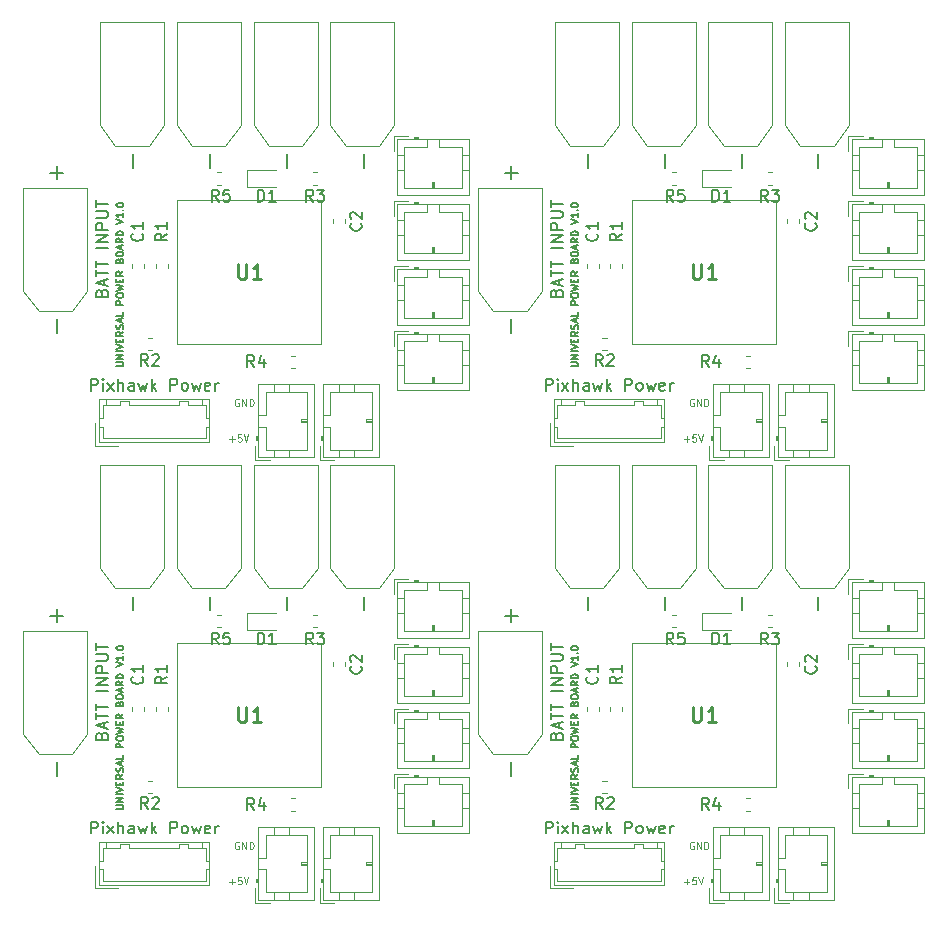
<source format=gbr>
G04 #@! TF.GenerationSoftware,KiCad,Pcbnew,(5.1.2)-1*
G04 #@! TF.CreationDate,2020-06-07T00:30:59+09:00*
G04 #@! TF.ProjectId,universal_power_board,756e6976-6572-4736-916c-5f706f776572,rev?*
G04 #@! TF.SameCoordinates,Original*
G04 #@! TF.FileFunction,Legend,Top*
G04 #@! TF.FilePolarity,Positive*
%FSLAX46Y46*%
G04 Gerber Fmt 4.6, Leading zero omitted, Abs format (unit mm)*
G04 Created by KiCad (PCBNEW (5.1.2)-1) date 2020-06-07 00:30:59*
%MOMM*%
%LPD*%
G04 APERTURE LIST*
%ADD10C,0.100000*%
%ADD11C,0.150000*%
%ADD12C,0.120000*%
%ADD13C,0.254000*%
G04 APERTURE END LIST*
D10*
X168228571Y-147042857D02*
X168685714Y-147042857D01*
X168457142Y-147271428D02*
X168457142Y-146814285D01*
X169257142Y-146671428D02*
X168971428Y-146671428D01*
X168942857Y-146957142D01*
X168971428Y-146928571D01*
X169028571Y-146900000D01*
X169171428Y-146900000D01*
X169228571Y-146928571D01*
X169257142Y-146957142D01*
X169285714Y-147014285D01*
X169285714Y-147157142D01*
X169257142Y-147214285D01*
X169228571Y-147242857D01*
X169171428Y-147271428D01*
X169028571Y-147271428D01*
X168971428Y-147242857D01*
X168942857Y-147214285D01*
X169457142Y-146671428D02*
X169657142Y-147271428D01*
X169857142Y-146671428D01*
X129728571Y-147042857D02*
X130185714Y-147042857D01*
X129957142Y-147271428D02*
X129957142Y-146814285D01*
X130757142Y-146671428D02*
X130471428Y-146671428D01*
X130442857Y-146957142D01*
X130471428Y-146928571D01*
X130528571Y-146900000D01*
X130671428Y-146900000D01*
X130728571Y-146928571D01*
X130757142Y-146957142D01*
X130785714Y-147014285D01*
X130785714Y-147157142D01*
X130757142Y-147214285D01*
X130728571Y-147242857D01*
X130671428Y-147271428D01*
X130528571Y-147271428D01*
X130471428Y-147242857D01*
X130442857Y-147214285D01*
X130957142Y-146671428D02*
X131157142Y-147271428D01*
X131357142Y-146671428D01*
X168228571Y-109542857D02*
X168685714Y-109542857D01*
X168457142Y-109771428D02*
X168457142Y-109314285D01*
X169257142Y-109171428D02*
X168971428Y-109171428D01*
X168942857Y-109457142D01*
X168971428Y-109428571D01*
X169028571Y-109400000D01*
X169171428Y-109400000D01*
X169228571Y-109428571D01*
X169257142Y-109457142D01*
X169285714Y-109514285D01*
X169285714Y-109657142D01*
X169257142Y-109714285D01*
X169228571Y-109742857D01*
X169171428Y-109771428D01*
X169028571Y-109771428D01*
X168971428Y-109742857D01*
X168942857Y-109714285D01*
X169457142Y-109171428D02*
X169657142Y-109771428D01*
X169857142Y-109171428D01*
X169042857Y-143700000D02*
X168985714Y-143671428D01*
X168900000Y-143671428D01*
X168814285Y-143700000D01*
X168757142Y-143757142D01*
X168728571Y-143814285D01*
X168700000Y-143928571D01*
X168700000Y-144014285D01*
X168728571Y-144128571D01*
X168757142Y-144185714D01*
X168814285Y-144242857D01*
X168900000Y-144271428D01*
X168957142Y-144271428D01*
X169042857Y-144242857D01*
X169071428Y-144214285D01*
X169071428Y-144014285D01*
X168957142Y-144014285D01*
X169328571Y-144271428D02*
X169328571Y-143671428D01*
X169671428Y-144271428D01*
X169671428Y-143671428D01*
X169957142Y-144271428D02*
X169957142Y-143671428D01*
X170100000Y-143671428D01*
X170185714Y-143700000D01*
X170242857Y-143757142D01*
X170271428Y-143814285D01*
X170300000Y-143928571D01*
X170300000Y-144014285D01*
X170271428Y-144128571D01*
X170242857Y-144185714D01*
X170185714Y-144242857D01*
X170100000Y-144271428D01*
X169957142Y-144271428D01*
X130542857Y-143700000D02*
X130485714Y-143671428D01*
X130400000Y-143671428D01*
X130314285Y-143700000D01*
X130257142Y-143757142D01*
X130228571Y-143814285D01*
X130200000Y-143928571D01*
X130200000Y-144014285D01*
X130228571Y-144128571D01*
X130257142Y-144185714D01*
X130314285Y-144242857D01*
X130400000Y-144271428D01*
X130457142Y-144271428D01*
X130542857Y-144242857D01*
X130571428Y-144214285D01*
X130571428Y-144014285D01*
X130457142Y-144014285D01*
X130828571Y-144271428D02*
X130828571Y-143671428D01*
X131171428Y-144271428D01*
X131171428Y-143671428D01*
X131457142Y-144271428D02*
X131457142Y-143671428D01*
X131600000Y-143671428D01*
X131685714Y-143700000D01*
X131742857Y-143757142D01*
X131771428Y-143814285D01*
X131800000Y-143928571D01*
X131800000Y-144014285D01*
X131771428Y-144128571D01*
X131742857Y-144185714D01*
X131685714Y-144242857D01*
X131600000Y-144271428D01*
X131457142Y-144271428D01*
X169042857Y-106200000D02*
X168985714Y-106171428D01*
X168900000Y-106171428D01*
X168814285Y-106200000D01*
X168757142Y-106257142D01*
X168728571Y-106314285D01*
X168700000Y-106428571D01*
X168700000Y-106514285D01*
X168728571Y-106628571D01*
X168757142Y-106685714D01*
X168814285Y-106742857D01*
X168900000Y-106771428D01*
X168957142Y-106771428D01*
X169042857Y-106742857D01*
X169071428Y-106714285D01*
X169071428Y-106514285D01*
X168957142Y-106514285D01*
X169328571Y-106771428D02*
X169328571Y-106171428D01*
X169671428Y-106771428D01*
X169671428Y-106171428D01*
X169957142Y-106771428D02*
X169957142Y-106171428D01*
X170100000Y-106171428D01*
X170185714Y-106200000D01*
X170242857Y-106257142D01*
X170271428Y-106314285D01*
X170300000Y-106428571D01*
X170300000Y-106514285D01*
X170271428Y-106628571D01*
X170242857Y-106685714D01*
X170185714Y-106742857D01*
X170100000Y-106771428D01*
X169957142Y-106771428D01*
D11*
X158671428Y-140900000D02*
X159157142Y-140900000D01*
X159214285Y-140871428D01*
X159242857Y-140842857D01*
X159271428Y-140785714D01*
X159271428Y-140671428D01*
X159242857Y-140614285D01*
X159214285Y-140585714D01*
X159157142Y-140557142D01*
X158671428Y-140557142D01*
X159271428Y-140271428D02*
X158671428Y-140271428D01*
X159271428Y-139928571D01*
X158671428Y-139928571D01*
X159271428Y-139642857D02*
X158671428Y-139642857D01*
X158671428Y-139442857D02*
X159271428Y-139242857D01*
X158671428Y-139042857D01*
X158957142Y-138842857D02*
X158957142Y-138642857D01*
X159271428Y-138557142D02*
X159271428Y-138842857D01*
X158671428Y-138842857D01*
X158671428Y-138557142D01*
X159271428Y-137957142D02*
X158985714Y-138157142D01*
X159271428Y-138300000D02*
X158671428Y-138300000D01*
X158671428Y-138071428D01*
X158700000Y-138014285D01*
X158728571Y-137985714D01*
X158785714Y-137957142D01*
X158871428Y-137957142D01*
X158928571Y-137985714D01*
X158957142Y-138014285D01*
X158985714Y-138071428D01*
X158985714Y-138300000D01*
X159242857Y-137728571D02*
X159271428Y-137642857D01*
X159271428Y-137500000D01*
X159242857Y-137442857D01*
X159214285Y-137414285D01*
X159157142Y-137385714D01*
X159100000Y-137385714D01*
X159042857Y-137414285D01*
X159014285Y-137442857D01*
X158985714Y-137500000D01*
X158957142Y-137614285D01*
X158928571Y-137671428D01*
X158900000Y-137700000D01*
X158842857Y-137728571D01*
X158785714Y-137728571D01*
X158728571Y-137700000D01*
X158700000Y-137671428D01*
X158671428Y-137614285D01*
X158671428Y-137471428D01*
X158700000Y-137385714D01*
X159100000Y-137157142D02*
X159100000Y-136871428D01*
X159271428Y-137214285D02*
X158671428Y-137014285D01*
X159271428Y-136814285D01*
X159271428Y-136328571D02*
X159271428Y-136614285D01*
X158671428Y-136614285D01*
X159271428Y-135671428D02*
X158671428Y-135671428D01*
X158671428Y-135442857D01*
X158700000Y-135385714D01*
X158728571Y-135357142D01*
X158785714Y-135328571D01*
X158871428Y-135328571D01*
X158928571Y-135357142D01*
X158957142Y-135385714D01*
X158985714Y-135442857D01*
X158985714Y-135671428D01*
X158671428Y-134957142D02*
X158671428Y-134842857D01*
X158700000Y-134785714D01*
X158757142Y-134728571D01*
X158871428Y-134700000D01*
X159071428Y-134700000D01*
X159185714Y-134728571D01*
X159242857Y-134785714D01*
X159271428Y-134842857D01*
X159271428Y-134957142D01*
X159242857Y-135014285D01*
X159185714Y-135071428D01*
X159071428Y-135100000D01*
X158871428Y-135100000D01*
X158757142Y-135071428D01*
X158700000Y-135014285D01*
X158671428Y-134957142D01*
X158671428Y-134500000D02*
X159271428Y-134357142D01*
X158842857Y-134242857D01*
X159271428Y-134128571D01*
X158671428Y-133985714D01*
X158957142Y-133757142D02*
X158957142Y-133557142D01*
X159271428Y-133471428D02*
X159271428Y-133757142D01*
X158671428Y-133757142D01*
X158671428Y-133471428D01*
X159271428Y-132871428D02*
X158985714Y-133071428D01*
X159271428Y-133214285D02*
X158671428Y-133214285D01*
X158671428Y-132985714D01*
X158700000Y-132928571D01*
X158728571Y-132900000D01*
X158785714Y-132871428D01*
X158871428Y-132871428D01*
X158928571Y-132900000D01*
X158957142Y-132928571D01*
X158985714Y-132985714D01*
X158985714Y-133214285D01*
X158957142Y-131957142D02*
X158985714Y-131871428D01*
X159014285Y-131842857D01*
X159071428Y-131814285D01*
X159157142Y-131814285D01*
X159214285Y-131842857D01*
X159242857Y-131871428D01*
X159271428Y-131928571D01*
X159271428Y-132157142D01*
X158671428Y-132157142D01*
X158671428Y-131957142D01*
X158700000Y-131900000D01*
X158728571Y-131871428D01*
X158785714Y-131842857D01*
X158842857Y-131842857D01*
X158900000Y-131871428D01*
X158928571Y-131900000D01*
X158957142Y-131957142D01*
X158957142Y-132157142D01*
X158671428Y-131442857D02*
X158671428Y-131328571D01*
X158700000Y-131271428D01*
X158757142Y-131214285D01*
X158871428Y-131185714D01*
X159071428Y-131185714D01*
X159185714Y-131214285D01*
X159242857Y-131271428D01*
X159271428Y-131328571D01*
X159271428Y-131442857D01*
X159242857Y-131500000D01*
X159185714Y-131557142D01*
X159071428Y-131585714D01*
X158871428Y-131585714D01*
X158757142Y-131557142D01*
X158700000Y-131500000D01*
X158671428Y-131442857D01*
X159100000Y-130957142D02*
X159100000Y-130671428D01*
X159271428Y-131014285D02*
X158671428Y-130814285D01*
X159271428Y-130614285D01*
X159271428Y-130071428D02*
X158985714Y-130271428D01*
X159271428Y-130414285D02*
X158671428Y-130414285D01*
X158671428Y-130185714D01*
X158700000Y-130128571D01*
X158728571Y-130100000D01*
X158785714Y-130071428D01*
X158871428Y-130071428D01*
X158928571Y-130100000D01*
X158957142Y-130128571D01*
X158985714Y-130185714D01*
X158985714Y-130414285D01*
X159271428Y-129814285D02*
X158671428Y-129814285D01*
X158671428Y-129671428D01*
X158700000Y-129585714D01*
X158757142Y-129528571D01*
X158814285Y-129500000D01*
X158928571Y-129471428D01*
X159014285Y-129471428D01*
X159128571Y-129500000D01*
X159185714Y-129528571D01*
X159242857Y-129585714D01*
X159271428Y-129671428D01*
X159271428Y-129814285D01*
X158671428Y-128842857D02*
X159271428Y-128642857D01*
X158671428Y-128442857D01*
X159271428Y-127928571D02*
X159271428Y-128271428D01*
X159271428Y-128100000D02*
X158671428Y-128100000D01*
X158757142Y-128157142D01*
X158814285Y-128214285D01*
X158842857Y-128271428D01*
X159214285Y-127671428D02*
X159242857Y-127642857D01*
X159271428Y-127671428D01*
X159242857Y-127700000D01*
X159214285Y-127671428D01*
X159271428Y-127671428D01*
X158671428Y-127271428D02*
X158671428Y-127214285D01*
X158700000Y-127157142D01*
X158728571Y-127128571D01*
X158785714Y-127100000D01*
X158900000Y-127071428D01*
X159042857Y-127071428D01*
X159157142Y-127100000D01*
X159214285Y-127128571D01*
X159242857Y-127157142D01*
X159271428Y-127214285D01*
X159271428Y-127271428D01*
X159242857Y-127328571D01*
X159214285Y-127357142D01*
X159157142Y-127385714D01*
X159042857Y-127414285D01*
X158900000Y-127414285D01*
X158785714Y-127385714D01*
X158728571Y-127357142D01*
X158700000Y-127328571D01*
X158671428Y-127271428D01*
X120171428Y-140900000D02*
X120657142Y-140900000D01*
X120714285Y-140871428D01*
X120742857Y-140842857D01*
X120771428Y-140785714D01*
X120771428Y-140671428D01*
X120742857Y-140614285D01*
X120714285Y-140585714D01*
X120657142Y-140557142D01*
X120171428Y-140557142D01*
X120771428Y-140271428D02*
X120171428Y-140271428D01*
X120771428Y-139928571D01*
X120171428Y-139928571D01*
X120771428Y-139642857D02*
X120171428Y-139642857D01*
X120171428Y-139442857D02*
X120771428Y-139242857D01*
X120171428Y-139042857D01*
X120457142Y-138842857D02*
X120457142Y-138642857D01*
X120771428Y-138557142D02*
X120771428Y-138842857D01*
X120171428Y-138842857D01*
X120171428Y-138557142D01*
X120771428Y-137957142D02*
X120485714Y-138157142D01*
X120771428Y-138300000D02*
X120171428Y-138300000D01*
X120171428Y-138071428D01*
X120200000Y-138014285D01*
X120228571Y-137985714D01*
X120285714Y-137957142D01*
X120371428Y-137957142D01*
X120428571Y-137985714D01*
X120457142Y-138014285D01*
X120485714Y-138071428D01*
X120485714Y-138300000D01*
X120742857Y-137728571D02*
X120771428Y-137642857D01*
X120771428Y-137500000D01*
X120742857Y-137442857D01*
X120714285Y-137414285D01*
X120657142Y-137385714D01*
X120600000Y-137385714D01*
X120542857Y-137414285D01*
X120514285Y-137442857D01*
X120485714Y-137500000D01*
X120457142Y-137614285D01*
X120428571Y-137671428D01*
X120400000Y-137700000D01*
X120342857Y-137728571D01*
X120285714Y-137728571D01*
X120228571Y-137700000D01*
X120200000Y-137671428D01*
X120171428Y-137614285D01*
X120171428Y-137471428D01*
X120200000Y-137385714D01*
X120600000Y-137157142D02*
X120600000Y-136871428D01*
X120771428Y-137214285D02*
X120171428Y-137014285D01*
X120771428Y-136814285D01*
X120771428Y-136328571D02*
X120771428Y-136614285D01*
X120171428Y-136614285D01*
X120771428Y-135671428D02*
X120171428Y-135671428D01*
X120171428Y-135442857D01*
X120200000Y-135385714D01*
X120228571Y-135357142D01*
X120285714Y-135328571D01*
X120371428Y-135328571D01*
X120428571Y-135357142D01*
X120457142Y-135385714D01*
X120485714Y-135442857D01*
X120485714Y-135671428D01*
X120171428Y-134957142D02*
X120171428Y-134842857D01*
X120200000Y-134785714D01*
X120257142Y-134728571D01*
X120371428Y-134700000D01*
X120571428Y-134700000D01*
X120685714Y-134728571D01*
X120742857Y-134785714D01*
X120771428Y-134842857D01*
X120771428Y-134957142D01*
X120742857Y-135014285D01*
X120685714Y-135071428D01*
X120571428Y-135100000D01*
X120371428Y-135100000D01*
X120257142Y-135071428D01*
X120200000Y-135014285D01*
X120171428Y-134957142D01*
X120171428Y-134500000D02*
X120771428Y-134357142D01*
X120342857Y-134242857D01*
X120771428Y-134128571D01*
X120171428Y-133985714D01*
X120457142Y-133757142D02*
X120457142Y-133557142D01*
X120771428Y-133471428D02*
X120771428Y-133757142D01*
X120171428Y-133757142D01*
X120171428Y-133471428D01*
X120771428Y-132871428D02*
X120485714Y-133071428D01*
X120771428Y-133214285D02*
X120171428Y-133214285D01*
X120171428Y-132985714D01*
X120200000Y-132928571D01*
X120228571Y-132900000D01*
X120285714Y-132871428D01*
X120371428Y-132871428D01*
X120428571Y-132900000D01*
X120457142Y-132928571D01*
X120485714Y-132985714D01*
X120485714Y-133214285D01*
X120457142Y-131957142D02*
X120485714Y-131871428D01*
X120514285Y-131842857D01*
X120571428Y-131814285D01*
X120657142Y-131814285D01*
X120714285Y-131842857D01*
X120742857Y-131871428D01*
X120771428Y-131928571D01*
X120771428Y-132157142D01*
X120171428Y-132157142D01*
X120171428Y-131957142D01*
X120200000Y-131900000D01*
X120228571Y-131871428D01*
X120285714Y-131842857D01*
X120342857Y-131842857D01*
X120400000Y-131871428D01*
X120428571Y-131900000D01*
X120457142Y-131957142D01*
X120457142Y-132157142D01*
X120171428Y-131442857D02*
X120171428Y-131328571D01*
X120200000Y-131271428D01*
X120257142Y-131214285D01*
X120371428Y-131185714D01*
X120571428Y-131185714D01*
X120685714Y-131214285D01*
X120742857Y-131271428D01*
X120771428Y-131328571D01*
X120771428Y-131442857D01*
X120742857Y-131500000D01*
X120685714Y-131557142D01*
X120571428Y-131585714D01*
X120371428Y-131585714D01*
X120257142Y-131557142D01*
X120200000Y-131500000D01*
X120171428Y-131442857D01*
X120600000Y-130957142D02*
X120600000Y-130671428D01*
X120771428Y-131014285D02*
X120171428Y-130814285D01*
X120771428Y-130614285D01*
X120771428Y-130071428D02*
X120485714Y-130271428D01*
X120771428Y-130414285D02*
X120171428Y-130414285D01*
X120171428Y-130185714D01*
X120200000Y-130128571D01*
X120228571Y-130100000D01*
X120285714Y-130071428D01*
X120371428Y-130071428D01*
X120428571Y-130100000D01*
X120457142Y-130128571D01*
X120485714Y-130185714D01*
X120485714Y-130414285D01*
X120771428Y-129814285D02*
X120171428Y-129814285D01*
X120171428Y-129671428D01*
X120200000Y-129585714D01*
X120257142Y-129528571D01*
X120314285Y-129500000D01*
X120428571Y-129471428D01*
X120514285Y-129471428D01*
X120628571Y-129500000D01*
X120685714Y-129528571D01*
X120742857Y-129585714D01*
X120771428Y-129671428D01*
X120771428Y-129814285D01*
X120171428Y-128842857D02*
X120771428Y-128642857D01*
X120171428Y-128442857D01*
X120771428Y-127928571D02*
X120771428Y-128271428D01*
X120771428Y-128100000D02*
X120171428Y-128100000D01*
X120257142Y-128157142D01*
X120314285Y-128214285D01*
X120342857Y-128271428D01*
X120714285Y-127671428D02*
X120742857Y-127642857D01*
X120771428Y-127671428D01*
X120742857Y-127700000D01*
X120714285Y-127671428D01*
X120771428Y-127671428D01*
X120171428Y-127271428D02*
X120171428Y-127214285D01*
X120200000Y-127157142D01*
X120228571Y-127128571D01*
X120285714Y-127100000D01*
X120400000Y-127071428D01*
X120542857Y-127071428D01*
X120657142Y-127100000D01*
X120714285Y-127128571D01*
X120742857Y-127157142D01*
X120771428Y-127214285D01*
X120771428Y-127271428D01*
X120742857Y-127328571D01*
X120714285Y-127357142D01*
X120657142Y-127385714D01*
X120542857Y-127414285D01*
X120400000Y-127414285D01*
X120285714Y-127385714D01*
X120228571Y-127357142D01*
X120200000Y-127328571D01*
X120171428Y-127271428D01*
X158671428Y-103400000D02*
X159157142Y-103400000D01*
X159214285Y-103371428D01*
X159242857Y-103342857D01*
X159271428Y-103285714D01*
X159271428Y-103171428D01*
X159242857Y-103114285D01*
X159214285Y-103085714D01*
X159157142Y-103057142D01*
X158671428Y-103057142D01*
X159271428Y-102771428D02*
X158671428Y-102771428D01*
X159271428Y-102428571D01*
X158671428Y-102428571D01*
X159271428Y-102142857D02*
X158671428Y-102142857D01*
X158671428Y-101942857D02*
X159271428Y-101742857D01*
X158671428Y-101542857D01*
X158957142Y-101342857D02*
X158957142Y-101142857D01*
X159271428Y-101057142D02*
X159271428Y-101342857D01*
X158671428Y-101342857D01*
X158671428Y-101057142D01*
X159271428Y-100457142D02*
X158985714Y-100657142D01*
X159271428Y-100800000D02*
X158671428Y-100800000D01*
X158671428Y-100571428D01*
X158700000Y-100514285D01*
X158728571Y-100485714D01*
X158785714Y-100457142D01*
X158871428Y-100457142D01*
X158928571Y-100485714D01*
X158957142Y-100514285D01*
X158985714Y-100571428D01*
X158985714Y-100800000D01*
X159242857Y-100228571D02*
X159271428Y-100142857D01*
X159271428Y-100000000D01*
X159242857Y-99942857D01*
X159214285Y-99914285D01*
X159157142Y-99885714D01*
X159100000Y-99885714D01*
X159042857Y-99914285D01*
X159014285Y-99942857D01*
X158985714Y-100000000D01*
X158957142Y-100114285D01*
X158928571Y-100171428D01*
X158900000Y-100200000D01*
X158842857Y-100228571D01*
X158785714Y-100228571D01*
X158728571Y-100200000D01*
X158700000Y-100171428D01*
X158671428Y-100114285D01*
X158671428Y-99971428D01*
X158700000Y-99885714D01*
X159100000Y-99657142D02*
X159100000Y-99371428D01*
X159271428Y-99714285D02*
X158671428Y-99514285D01*
X159271428Y-99314285D01*
X159271428Y-98828571D02*
X159271428Y-99114285D01*
X158671428Y-99114285D01*
X159271428Y-98171428D02*
X158671428Y-98171428D01*
X158671428Y-97942857D01*
X158700000Y-97885714D01*
X158728571Y-97857142D01*
X158785714Y-97828571D01*
X158871428Y-97828571D01*
X158928571Y-97857142D01*
X158957142Y-97885714D01*
X158985714Y-97942857D01*
X158985714Y-98171428D01*
X158671428Y-97457142D02*
X158671428Y-97342857D01*
X158700000Y-97285714D01*
X158757142Y-97228571D01*
X158871428Y-97200000D01*
X159071428Y-97200000D01*
X159185714Y-97228571D01*
X159242857Y-97285714D01*
X159271428Y-97342857D01*
X159271428Y-97457142D01*
X159242857Y-97514285D01*
X159185714Y-97571428D01*
X159071428Y-97600000D01*
X158871428Y-97600000D01*
X158757142Y-97571428D01*
X158700000Y-97514285D01*
X158671428Y-97457142D01*
X158671428Y-97000000D02*
X159271428Y-96857142D01*
X158842857Y-96742857D01*
X159271428Y-96628571D01*
X158671428Y-96485714D01*
X158957142Y-96257142D02*
X158957142Y-96057142D01*
X159271428Y-95971428D02*
X159271428Y-96257142D01*
X158671428Y-96257142D01*
X158671428Y-95971428D01*
X159271428Y-95371428D02*
X158985714Y-95571428D01*
X159271428Y-95714285D02*
X158671428Y-95714285D01*
X158671428Y-95485714D01*
X158700000Y-95428571D01*
X158728571Y-95400000D01*
X158785714Y-95371428D01*
X158871428Y-95371428D01*
X158928571Y-95400000D01*
X158957142Y-95428571D01*
X158985714Y-95485714D01*
X158985714Y-95714285D01*
X158957142Y-94457142D02*
X158985714Y-94371428D01*
X159014285Y-94342857D01*
X159071428Y-94314285D01*
X159157142Y-94314285D01*
X159214285Y-94342857D01*
X159242857Y-94371428D01*
X159271428Y-94428571D01*
X159271428Y-94657142D01*
X158671428Y-94657142D01*
X158671428Y-94457142D01*
X158700000Y-94400000D01*
X158728571Y-94371428D01*
X158785714Y-94342857D01*
X158842857Y-94342857D01*
X158900000Y-94371428D01*
X158928571Y-94400000D01*
X158957142Y-94457142D01*
X158957142Y-94657142D01*
X158671428Y-93942857D02*
X158671428Y-93828571D01*
X158700000Y-93771428D01*
X158757142Y-93714285D01*
X158871428Y-93685714D01*
X159071428Y-93685714D01*
X159185714Y-93714285D01*
X159242857Y-93771428D01*
X159271428Y-93828571D01*
X159271428Y-93942857D01*
X159242857Y-94000000D01*
X159185714Y-94057142D01*
X159071428Y-94085714D01*
X158871428Y-94085714D01*
X158757142Y-94057142D01*
X158700000Y-94000000D01*
X158671428Y-93942857D01*
X159100000Y-93457142D02*
X159100000Y-93171428D01*
X159271428Y-93514285D02*
X158671428Y-93314285D01*
X159271428Y-93114285D01*
X159271428Y-92571428D02*
X158985714Y-92771428D01*
X159271428Y-92914285D02*
X158671428Y-92914285D01*
X158671428Y-92685714D01*
X158700000Y-92628571D01*
X158728571Y-92600000D01*
X158785714Y-92571428D01*
X158871428Y-92571428D01*
X158928571Y-92600000D01*
X158957142Y-92628571D01*
X158985714Y-92685714D01*
X158985714Y-92914285D01*
X159271428Y-92314285D02*
X158671428Y-92314285D01*
X158671428Y-92171428D01*
X158700000Y-92085714D01*
X158757142Y-92028571D01*
X158814285Y-92000000D01*
X158928571Y-91971428D01*
X159014285Y-91971428D01*
X159128571Y-92000000D01*
X159185714Y-92028571D01*
X159242857Y-92085714D01*
X159271428Y-92171428D01*
X159271428Y-92314285D01*
X158671428Y-91342857D02*
X159271428Y-91142857D01*
X158671428Y-90942857D01*
X159271428Y-90428571D02*
X159271428Y-90771428D01*
X159271428Y-90600000D02*
X158671428Y-90600000D01*
X158757142Y-90657142D01*
X158814285Y-90714285D01*
X158842857Y-90771428D01*
X159214285Y-90171428D02*
X159242857Y-90142857D01*
X159271428Y-90171428D01*
X159242857Y-90200000D01*
X159214285Y-90171428D01*
X159271428Y-90171428D01*
X158671428Y-89771428D02*
X158671428Y-89714285D01*
X158700000Y-89657142D01*
X158728571Y-89628571D01*
X158785714Y-89600000D01*
X158900000Y-89571428D01*
X159042857Y-89571428D01*
X159157142Y-89600000D01*
X159214285Y-89628571D01*
X159242857Y-89657142D01*
X159271428Y-89714285D01*
X159271428Y-89771428D01*
X159242857Y-89828571D01*
X159214285Y-89857142D01*
X159157142Y-89885714D01*
X159042857Y-89914285D01*
X158900000Y-89914285D01*
X158785714Y-89885714D01*
X158728571Y-89857142D01*
X158700000Y-89828571D01*
X158671428Y-89771428D01*
X120171428Y-103400000D02*
X120657142Y-103400000D01*
X120714285Y-103371428D01*
X120742857Y-103342857D01*
X120771428Y-103285714D01*
X120771428Y-103171428D01*
X120742857Y-103114285D01*
X120714285Y-103085714D01*
X120657142Y-103057142D01*
X120171428Y-103057142D01*
X120771428Y-102771428D02*
X120171428Y-102771428D01*
X120771428Y-102428571D01*
X120171428Y-102428571D01*
X120771428Y-102142857D02*
X120171428Y-102142857D01*
X120171428Y-101942857D02*
X120771428Y-101742857D01*
X120171428Y-101542857D01*
X120457142Y-101342857D02*
X120457142Y-101142857D01*
X120771428Y-101057142D02*
X120771428Y-101342857D01*
X120171428Y-101342857D01*
X120171428Y-101057142D01*
X120771428Y-100457142D02*
X120485714Y-100657142D01*
X120771428Y-100800000D02*
X120171428Y-100800000D01*
X120171428Y-100571428D01*
X120200000Y-100514285D01*
X120228571Y-100485714D01*
X120285714Y-100457142D01*
X120371428Y-100457142D01*
X120428571Y-100485714D01*
X120457142Y-100514285D01*
X120485714Y-100571428D01*
X120485714Y-100800000D01*
X120742857Y-100228571D02*
X120771428Y-100142857D01*
X120771428Y-100000000D01*
X120742857Y-99942857D01*
X120714285Y-99914285D01*
X120657142Y-99885714D01*
X120600000Y-99885714D01*
X120542857Y-99914285D01*
X120514285Y-99942857D01*
X120485714Y-100000000D01*
X120457142Y-100114285D01*
X120428571Y-100171428D01*
X120400000Y-100200000D01*
X120342857Y-100228571D01*
X120285714Y-100228571D01*
X120228571Y-100200000D01*
X120200000Y-100171428D01*
X120171428Y-100114285D01*
X120171428Y-99971428D01*
X120200000Y-99885714D01*
X120600000Y-99657142D02*
X120600000Y-99371428D01*
X120771428Y-99714285D02*
X120171428Y-99514285D01*
X120771428Y-99314285D01*
X120771428Y-98828571D02*
X120771428Y-99114285D01*
X120171428Y-99114285D01*
X120771428Y-98171428D02*
X120171428Y-98171428D01*
X120171428Y-97942857D01*
X120200000Y-97885714D01*
X120228571Y-97857142D01*
X120285714Y-97828571D01*
X120371428Y-97828571D01*
X120428571Y-97857142D01*
X120457142Y-97885714D01*
X120485714Y-97942857D01*
X120485714Y-98171428D01*
X120171428Y-97457142D02*
X120171428Y-97342857D01*
X120200000Y-97285714D01*
X120257142Y-97228571D01*
X120371428Y-97200000D01*
X120571428Y-97200000D01*
X120685714Y-97228571D01*
X120742857Y-97285714D01*
X120771428Y-97342857D01*
X120771428Y-97457142D01*
X120742857Y-97514285D01*
X120685714Y-97571428D01*
X120571428Y-97600000D01*
X120371428Y-97600000D01*
X120257142Y-97571428D01*
X120200000Y-97514285D01*
X120171428Y-97457142D01*
X120171428Y-97000000D02*
X120771428Y-96857142D01*
X120342857Y-96742857D01*
X120771428Y-96628571D01*
X120171428Y-96485714D01*
X120457142Y-96257142D02*
X120457142Y-96057142D01*
X120771428Y-95971428D02*
X120771428Y-96257142D01*
X120171428Y-96257142D01*
X120171428Y-95971428D01*
X120771428Y-95371428D02*
X120485714Y-95571428D01*
X120771428Y-95714285D02*
X120171428Y-95714285D01*
X120171428Y-95485714D01*
X120200000Y-95428571D01*
X120228571Y-95400000D01*
X120285714Y-95371428D01*
X120371428Y-95371428D01*
X120428571Y-95400000D01*
X120457142Y-95428571D01*
X120485714Y-95485714D01*
X120485714Y-95714285D01*
X120457142Y-94457142D02*
X120485714Y-94371428D01*
X120514285Y-94342857D01*
X120571428Y-94314285D01*
X120657142Y-94314285D01*
X120714285Y-94342857D01*
X120742857Y-94371428D01*
X120771428Y-94428571D01*
X120771428Y-94657142D01*
X120171428Y-94657142D01*
X120171428Y-94457142D01*
X120200000Y-94400000D01*
X120228571Y-94371428D01*
X120285714Y-94342857D01*
X120342857Y-94342857D01*
X120400000Y-94371428D01*
X120428571Y-94400000D01*
X120457142Y-94457142D01*
X120457142Y-94657142D01*
X120171428Y-93942857D02*
X120171428Y-93828571D01*
X120200000Y-93771428D01*
X120257142Y-93714285D01*
X120371428Y-93685714D01*
X120571428Y-93685714D01*
X120685714Y-93714285D01*
X120742857Y-93771428D01*
X120771428Y-93828571D01*
X120771428Y-93942857D01*
X120742857Y-94000000D01*
X120685714Y-94057142D01*
X120571428Y-94085714D01*
X120371428Y-94085714D01*
X120257142Y-94057142D01*
X120200000Y-94000000D01*
X120171428Y-93942857D01*
X120600000Y-93457142D02*
X120600000Y-93171428D01*
X120771428Y-93514285D02*
X120171428Y-93314285D01*
X120771428Y-93114285D01*
X120771428Y-92571428D02*
X120485714Y-92771428D01*
X120771428Y-92914285D02*
X120171428Y-92914285D01*
X120171428Y-92685714D01*
X120200000Y-92628571D01*
X120228571Y-92600000D01*
X120285714Y-92571428D01*
X120371428Y-92571428D01*
X120428571Y-92600000D01*
X120457142Y-92628571D01*
X120485714Y-92685714D01*
X120485714Y-92914285D01*
X120771428Y-92314285D02*
X120171428Y-92314285D01*
X120171428Y-92171428D01*
X120200000Y-92085714D01*
X120257142Y-92028571D01*
X120314285Y-92000000D01*
X120428571Y-91971428D01*
X120514285Y-91971428D01*
X120628571Y-92000000D01*
X120685714Y-92028571D01*
X120742857Y-92085714D01*
X120771428Y-92171428D01*
X120771428Y-92314285D01*
X120171428Y-91342857D02*
X120771428Y-91142857D01*
X120171428Y-90942857D01*
X120771428Y-90428571D02*
X120771428Y-90771428D01*
X120771428Y-90600000D02*
X120171428Y-90600000D01*
X120257142Y-90657142D01*
X120314285Y-90714285D01*
X120342857Y-90771428D01*
X120714285Y-90171428D02*
X120742857Y-90142857D01*
X120771428Y-90171428D01*
X120742857Y-90200000D01*
X120714285Y-90171428D01*
X120771428Y-90171428D01*
X120171428Y-89771428D02*
X120171428Y-89714285D01*
X120200000Y-89657142D01*
X120228571Y-89628571D01*
X120285714Y-89600000D01*
X120400000Y-89571428D01*
X120542857Y-89571428D01*
X120657142Y-89600000D01*
X120714285Y-89628571D01*
X120742857Y-89657142D01*
X120771428Y-89714285D01*
X120771428Y-89771428D01*
X120742857Y-89828571D01*
X120714285Y-89857142D01*
X120657142Y-89885714D01*
X120542857Y-89914285D01*
X120400000Y-89914285D01*
X120285714Y-89885714D01*
X120228571Y-89857142D01*
X120200000Y-89828571D01*
X120171428Y-89771428D01*
D10*
X130542857Y-106200000D02*
X130485714Y-106171428D01*
X130400000Y-106171428D01*
X130314285Y-106200000D01*
X130257142Y-106257142D01*
X130228571Y-106314285D01*
X130200000Y-106428571D01*
X130200000Y-106514285D01*
X130228571Y-106628571D01*
X130257142Y-106685714D01*
X130314285Y-106742857D01*
X130400000Y-106771428D01*
X130457142Y-106771428D01*
X130542857Y-106742857D01*
X130571428Y-106714285D01*
X130571428Y-106514285D01*
X130457142Y-106514285D01*
X130828571Y-106771428D02*
X130828571Y-106171428D01*
X131171428Y-106771428D01*
X131171428Y-106171428D01*
X131457142Y-106771428D02*
X131457142Y-106171428D01*
X131600000Y-106171428D01*
X131685714Y-106200000D01*
X131742857Y-106257142D01*
X131771428Y-106314285D01*
X131800000Y-106428571D01*
X131800000Y-106514285D01*
X131771428Y-106628571D01*
X131742857Y-106685714D01*
X131685714Y-106742857D01*
X131600000Y-106771428D01*
X131457142Y-106771428D01*
X129728571Y-109542857D02*
X130185714Y-109542857D01*
X129957142Y-109771428D02*
X129957142Y-109314285D01*
X130757142Y-109171428D02*
X130471428Y-109171428D01*
X130442857Y-109457142D01*
X130471428Y-109428571D01*
X130528571Y-109400000D01*
X130671428Y-109400000D01*
X130728571Y-109428571D01*
X130757142Y-109457142D01*
X130785714Y-109514285D01*
X130785714Y-109657142D01*
X130757142Y-109714285D01*
X130728571Y-109742857D01*
X130671428Y-109771428D01*
X130528571Y-109771428D01*
X130471428Y-109742857D01*
X130442857Y-109714285D01*
X130957142Y-109171428D02*
X131157142Y-109771428D01*
X131357142Y-109171428D01*
D12*
X157200000Y-143700000D02*
X157200000Y-147300000D01*
X157200000Y-147300000D02*
X166550000Y-147300000D01*
X166550000Y-147300000D02*
X166550000Y-143700000D01*
X166550000Y-143700000D02*
X157200000Y-143700000D01*
X156890000Y-145700000D02*
X156890000Y-147610000D01*
X156890000Y-147610000D02*
X158800000Y-147610000D01*
X157200000Y-146000000D02*
X157500000Y-146000000D01*
X157500000Y-146000000D02*
X157500000Y-147000000D01*
X157500000Y-147000000D02*
X166250000Y-147000000D01*
X166250000Y-147000000D02*
X166250000Y-146000000D01*
X166250000Y-146000000D02*
X166550000Y-146000000D01*
X157200000Y-145250000D02*
X157500000Y-145250000D01*
X157500000Y-145250000D02*
X157500000Y-144150000D01*
X157500000Y-144150000D02*
X157800000Y-144150000D01*
X157800000Y-144150000D02*
X157800000Y-143700000D01*
X166550000Y-145250000D02*
X166250000Y-145250000D01*
X166250000Y-145250000D02*
X166250000Y-144150000D01*
X166250000Y-144150000D02*
X165950000Y-144150000D01*
X165950000Y-144150000D02*
X165950000Y-143700000D01*
X157800000Y-144150000D02*
X159000000Y-144150000D01*
X159000000Y-144150000D02*
X159000000Y-143850000D01*
X159000000Y-143850000D02*
X159750000Y-143850000D01*
X159750000Y-143850000D02*
X159750000Y-144150000D01*
X159750000Y-144150000D02*
X164000000Y-144150000D01*
X164000000Y-144150000D02*
X164000000Y-143850000D01*
X164000000Y-143850000D02*
X164750000Y-143850000D01*
X164750000Y-143850000D02*
X164750000Y-144150000D01*
X164750000Y-144150000D02*
X165950000Y-144150000D01*
X118700000Y-143700000D02*
X118700000Y-147300000D01*
X118700000Y-147300000D02*
X128050000Y-147300000D01*
X128050000Y-147300000D02*
X128050000Y-143700000D01*
X128050000Y-143700000D02*
X118700000Y-143700000D01*
X118390000Y-145700000D02*
X118390000Y-147610000D01*
X118390000Y-147610000D02*
X120300000Y-147610000D01*
X118700000Y-146000000D02*
X119000000Y-146000000D01*
X119000000Y-146000000D02*
X119000000Y-147000000D01*
X119000000Y-147000000D02*
X127750000Y-147000000D01*
X127750000Y-147000000D02*
X127750000Y-146000000D01*
X127750000Y-146000000D02*
X128050000Y-146000000D01*
X118700000Y-145250000D02*
X119000000Y-145250000D01*
X119000000Y-145250000D02*
X119000000Y-144150000D01*
X119000000Y-144150000D02*
X119300000Y-144150000D01*
X119300000Y-144150000D02*
X119300000Y-143700000D01*
X128050000Y-145250000D02*
X127750000Y-145250000D01*
X127750000Y-145250000D02*
X127750000Y-144150000D01*
X127750000Y-144150000D02*
X127450000Y-144150000D01*
X127450000Y-144150000D02*
X127450000Y-143700000D01*
X119300000Y-144150000D02*
X120500000Y-144150000D01*
X120500000Y-144150000D02*
X120500000Y-143850000D01*
X120500000Y-143850000D02*
X121250000Y-143850000D01*
X121250000Y-143850000D02*
X121250000Y-144150000D01*
X121250000Y-144150000D02*
X125500000Y-144150000D01*
X125500000Y-144150000D02*
X125500000Y-143850000D01*
X125500000Y-143850000D02*
X126250000Y-143850000D01*
X126250000Y-143850000D02*
X126250000Y-144150000D01*
X126250000Y-144150000D02*
X127450000Y-144150000D01*
X157200000Y-106200000D02*
X157200000Y-109800000D01*
X157200000Y-109800000D02*
X166550000Y-109800000D01*
X166550000Y-109800000D02*
X166550000Y-106200000D01*
X166550000Y-106200000D02*
X157200000Y-106200000D01*
X156890000Y-108200000D02*
X156890000Y-110110000D01*
X156890000Y-110110000D02*
X158800000Y-110110000D01*
X157200000Y-108500000D02*
X157500000Y-108500000D01*
X157500000Y-108500000D02*
X157500000Y-109500000D01*
X157500000Y-109500000D02*
X166250000Y-109500000D01*
X166250000Y-109500000D02*
X166250000Y-108500000D01*
X166250000Y-108500000D02*
X166550000Y-108500000D01*
X157200000Y-107750000D02*
X157500000Y-107750000D01*
X157500000Y-107750000D02*
X157500000Y-106650000D01*
X157500000Y-106650000D02*
X157800000Y-106650000D01*
X157800000Y-106650000D02*
X157800000Y-106200000D01*
X166550000Y-107750000D02*
X166250000Y-107750000D01*
X166250000Y-107750000D02*
X166250000Y-106650000D01*
X166250000Y-106650000D02*
X165950000Y-106650000D01*
X165950000Y-106650000D02*
X165950000Y-106200000D01*
X157800000Y-106650000D02*
X159000000Y-106650000D01*
X159000000Y-106650000D02*
X159000000Y-106350000D01*
X159000000Y-106350000D02*
X159750000Y-106350000D01*
X159750000Y-106350000D02*
X159750000Y-106650000D01*
X159750000Y-106650000D02*
X164000000Y-106650000D01*
X164000000Y-106650000D02*
X164000000Y-106350000D01*
X164000000Y-106350000D02*
X164750000Y-106350000D01*
X164750000Y-106350000D02*
X164750000Y-106650000D01*
X164750000Y-106650000D02*
X165950000Y-106650000D01*
X163790000Y-120510000D02*
X163790000Y-111790000D01*
X163790000Y-111790000D02*
X169210000Y-111790000D01*
X169210000Y-120510000D02*
X169210000Y-111790000D01*
X165090000Y-122210000D02*
X163790000Y-120510000D01*
X167910000Y-122210000D02*
X169210000Y-120510000D01*
X165090000Y-122210000D02*
X167910000Y-122210000D01*
X125290000Y-120510000D02*
X125290000Y-111790000D01*
X125290000Y-111790000D02*
X130710000Y-111790000D01*
X130710000Y-120510000D02*
X130710000Y-111790000D01*
X126590000Y-122210000D02*
X125290000Y-120510000D01*
X129410000Y-122210000D02*
X130710000Y-120510000D01*
X126590000Y-122210000D02*
X129410000Y-122210000D01*
X163790000Y-83010000D02*
X163790000Y-74290000D01*
X163790000Y-74290000D02*
X169210000Y-74290000D01*
X169210000Y-83010000D02*
X169210000Y-74290000D01*
X165090000Y-84710000D02*
X163790000Y-83010000D01*
X167910000Y-84710000D02*
X169210000Y-83010000D01*
X165090000Y-84710000D02*
X167910000Y-84710000D01*
X173796267Y-141010000D02*
X173453733Y-141010000D01*
X173796267Y-139990000D02*
X173453733Y-139990000D01*
X135296267Y-141010000D02*
X134953733Y-141010000D01*
X135296267Y-139990000D02*
X134953733Y-139990000D01*
X173796267Y-103510000D02*
X173453733Y-103510000D01*
X173796267Y-102490000D02*
X173453733Y-102490000D01*
X176190000Y-148560000D02*
X180910000Y-148560000D01*
X180910000Y-148560000D02*
X180910000Y-142440000D01*
X180910000Y-142440000D02*
X176190000Y-142440000D01*
X176190000Y-142440000D02*
X176190000Y-148560000D01*
X176190000Y-146800000D02*
X175990000Y-146800000D01*
X175990000Y-146800000D02*
X175990000Y-147100000D01*
X175990000Y-147100000D02*
X176190000Y-147100000D01*
X176090000Y-146800000D02*
X176090000Y-147100000D01*
X176190000Y-146000000D02*
X176800000Y-146000000D01*
X176800000Y-146000000D02*
X176800000Y-147950000D01*
X176800000Y-147950000D02*
X180300000Y-147950000D01*
X180300000Y-147950000D02*
X180300000Y-143050000D01*
X180300000Y-143050000D02*
X176800000Y-143050000D01*
X176800000Y-143050000D02*
X176800000Y-145000000D01*
X176800000Y-145000000D02*
X176190000Y-145000000D01*
X177500000Y-148560000D02*
X177500000Y-147950000D01*
X178800000Y-148560000D02*
X178800000Y-147950000D01*
X177500000Y-142440000D02*
X177500000Y-143050000D01*
X178800000Y-142440000D02*
X178800000Y-143050000D01*
X180300000Y-145600000D02*
X179800000Y-145600000D01*
X179800000Y-145600000D02*
X179800000Y-145400000D01*
X179800000Y-145400000D02*
X180300000Y-145400000D01*
X180300000Y-145500000D02*
X179800000Y-145500000D01*
X175890000Y-147610000D02*
X175890000Y-148860000D01*
X175890000Y-148860000D02*
X177140000Y-148860000D01*
X137690000Y-148560000D02*
X142410000Y-148560000D01*
X142410000Y-148560000D02*
X142410000Y-142440000D01*
X142410000Y-142440000D02*
X137690000Y-142440000D01*
X137690000Y-142440000D02*
X137690000Y-148560000D01*
X137690000Y-146800000D02*
X137490000Y-146800000D01*
X137490000Y-146800000D02*
X137490000Y-147100000D01*
X137490000Y-147100000D02*
X137690000Y-147100000D01*
X137590000Y-146800000D02*
X137590000Y-147100000D01*
X137690000Y-146000000D02*
X138300000Y-146000000D01*
X138300000Y-146000000D02*
X138300000Y-147950000D01*
X138300000Y-147950000D02*
X141800000Y-147950000D01*
X141800000Y-147950000D02*
X141800000Y-143050000D01*
X141800000Y-143050000D02*
X138300000Y-143050000D01*
X138300000Y-143050000D02*
X138300000Y-145000000D01*
X138300000Y-145000000D02*
X137690000Y-145000000D01*
X139000000Y-148560000D02*
X139000000Y-147950000D01*
X140300000Y-148560000D02*
X140300000Y-147950000D01*
X139000000Y-142440000D02*
X139000000Y-143050000D01*
X140300000Y-142440000D02*
X140300000Y-143050000D01*
X141800000Y-145600000D02*
X141300000Y-145600000D01*
X141300000Y-145600000D02*
X141300000Y-145400000D01*
X141300000Y-145400000D02*
X141800000Y-145400000D01*
X141800000Y-145500000D02*
X141300000Y-145500000D01*
X137390000Y-147610000D02*
X137390000Y-148860000D01*
X137390000Y-148860000D02*
X138640000Y-148860000D01*
X176190000Y-111060000D02*
X180910000Y-111060000D01*
X180910000Y-111060000D02*
X180910000Y-104940000D01*
X180910000Y-104940000D02*
X176190000Y-104940000D01*
X176190000Y-104940000D02*
X176190000Y-111060000D01*
X176190000Y-109300000D02*
X175990000Y-109300000D01*
X175990000Y-109300000D02*
X175990000Y-109600000D01*
X175990000Y-109600000D02*
X176190000Y-109600000D01*
X176090000Y-109300000D02*
X176090000Y-109600000D01*
X176190000Y-108500000D02*
X176800000Y-108500000D01*
X176800000Y-108500000D02*
X176800000Y-110450000D01*
X176800000Y-110450000D02*
X180300000Y-110450000D01*
X180300000Y-110450000D02*
X180300000Y-105550000D01*
X180300000Y-105550000D02*
X176800000Y-105550000D01*
X176800000Y-105550000D02*
X176800000Y-107500000D01*
X176800000Y-107500000D02*
X176190000Y-107500000D01*
X177500000Y-111060000D02*
X177500000Y-110450000D01*
X178800000Y-111060000D02*
X178800000Y-110450000D01*
X177500000Y-104940000D02*
X177500000Y-105550000D01*
X178800000Y-104940000D02*
X178800000Y-105550000D01*
X180300000Y-108100000D02*
X179800000Y-108100000D01*
X179800000Y-108100000D02*
X179800000Y-107900000D01*
X179800000Y-107900000D02*
X180300000Y-107900000D01*
X180300000Y-108000000D02*
X179800000Y-108000000D01*
X175890000Y-110110000D02*
X175890000Y-111360000D01*
X175890000Y-111360000D02*
X177140000Y-111360000D01*
X172175000Y-124265000D02*
X169715000Y-124265000D01*
X169715000Y-124265000D02*
X169715000Y-125735000D01*
X169715000Y-125735000D02*
X172175000Y-125735000D01*
X133675000Y-124265000D02*
X131215000Y-124265000D01*
X131215000Y-124265000D02*
X131215000Y-125735000D01*
X131215000Y-125735000D02*
X133675000Y-125735000D01*
X172175000Y-86765000D02*
X169715000Y-86765000D01*
X169715000Y-86765000D02*
X169715000Y-88235000D01*
X169715000Y-88235000D02*
X172175000Y-88235000D01*
X182440000Y-127190000D02*
X182440000Y-131910000D01*
X182440000Y-131910000D02*
X188560000Y-131910000D01*
X188560000Y-131910000D02*
X188560000Y-127190000D01*
X188560000Y-127190000D02*
X182440000Y-127190000D01*
X184200000Y-127190000D02*
X184200000Y-126990000D01*
X184200000Y-126990000D02*
X183900000Y-126990000D01*
X183900000Y-126990000D02*
X183900000Y-127190000D01*
X184200000Y-127090000D02*
X183900000Y-127090000D01*
X185000000Y-127190000D02*
X185000000Y-127800000D01*
X185000000Y-127800000D02*
X183050000Y-127800000D01*
X183050000Y-127800000D02*
X183050000Y-131300000D01*
X183050000Y-131300000D02*
X187950000Y-131300000D01*
X187950000Y-131300000D02*
X187950000Y-127800000D01*
X187950000Y-127800000D02*
X186000000Y-127800000D01*
X186000000Y-127800000D02*
X186000000Y-127190000D01*
X182440000Y-128500000D02*
X183050000Y-128500000D01*
X182440000Y-129800000D02*
X183050000Y-129800000D01*
X188560000Y-128500000D02*
X187950000Y-128500000D01*
X188560000Y-129800000D02*
X187950000Y-129800000D01*
X185400000Y-131300000D02*
X185400000Y-130800000D01*
X185400000Y-130800000D02*
X185600000Y-130800000D01*
X185600000Y-130800000D02*
X185600000Y-131300000D01*
X185500000Y-131300000D02*
X185500000Y-130800000D01*
X183390000Y-126890000D02*
X182140000Y-126890000D01*
X182140000Y-126890000D02*
X182140000Y-128140000D01*
X143940000Y-127190000D02*
X143940000Y-131910000D01*
X143940000Y-131910000D02*
X150060000Y-131910000D01*
X150060000Y-131910000D02*
X150060000Y-127190000D01*
X150060000Y-127190000D02*
X143940000Y-127190000D01*
X145700000Y-127190000D02*
X145700000Y-126990000D01*
X145700000Y-126990000D02*
X145400000Y-126990000D01*
X145400000Y-126990000D02*
X145400000Y-127190000D01*
X145700000Y-127090000D02*
X145400000Y-127090000D01*
X146500000Y-127190000D02*
X146500000Y-127800000D01*
X146500000Y-127800000D02*
X144550000Y-127800000D01*
X144550000Y-127800000D02*
X144550000Y-131300000D01*
X144550000Y-131300000D02*
X149450000Y-131300000D01*
X149450000Y-131300000D02*
X149450000Y-127800000D01*
X149450000Y-127800000D02*
X147500000Y-127800000D01*
X147500000Y-127800000D02*
X147500000Y-127190000D01*
X143940000Y-128500000D02*
X144550000Y-128500000D01*
X143940000Y-129800000D02*
X144550000Y-129800000D01*
X150060000Y-128500000D02*
X149450000Y-128500000D01*
X150060000Y-129800000D02*
X149450000Y-129800000D01*
X146900000Y-131300000D02*
X146900000Y-130800000D01*
X146900000Y-130800000D02*
X147100000Y-130800000D01*
X147100000Y-130800000D02*
X147100000Y-131300000D01*
X147000000Y-131300000D02*
X147000000Y-130800000D01*
X144890000Y-126890000D02*
X143640000Y-126890000D01*
X143640000Y-126890000D02*
X143640000Y-128140000D01*
X182440000Y-89690000D02*
X182440000Y-94410000D01*
X182440000Y-94410000D02*
X188560000Y-94410000D01*
X188560000Y-94410000D02*
X188560000Y-89690000D01*
X188560000Y-89690000D02*
X182440000Y-89690000D01*
X184200000Y-89690000D02*
X184200000Y-89490000D01*
X184200000Y-89490000D02*
X183900000Y-89490000D01*
X183900000Y-89490000D02*
X183900000Y-89690000D01*
X184200000Y-89590000D02*
X183900000Y-89590000D01*
X185000000Y-89690000D02*
X185000000Y-90300000D01*
X185000000Y-90300000D02*
X183050000Y-90300000D01*
X183050000Y-90300000D02*
X183050000Y-93800000D01*
X183050000Y-93800000D02*
X187950000Y-93800000D01*
X187950000Y-93800000D02*
X187950000Y-90300000D01*
X187950000Y-90300000D02*
X186000000Y-90300000D01*
X186000000Y-90300000D02*
X186000000Y-89690000D01*
X182440000Y-91000000D02*
X183050000Y-91000000D01*
X182440000Y-92300000D02*
X183050000Y-92300000D01*
X188560000Y-91000000D02*
X187950000Y-91000000D01*
X188560000Y-92300000D02*
X187950000Y-92300000D01*
X185400000Y-93800000D02*
X185400000Y-93300000D01*
X185400000Y-93300000D02*
X185600000Y-93300000D01*
X185600000Y-93300000D02*
X185600000Y-93800000D01*
X185500000Y-93800000D02*
X185500000Y-93300000D01*
X183390000Y-89390000D02*
X182140000Y-89390000D01*
X182140000Y-89390000D02*
X182140000Y-90640000D01*
X182440000Y-132690000D02*
X182440000Y-137410000D01*
X182440000Y-137410000D02*
X188560000Y-137410000D01*
X188560000Y-137410000D02*
X188560000Y-132690000D01*
X188560000Y-132690000D02*
X182440000Y-132690000D01*
X184200000Y-132690000D02*
X184200000Y-132490000D01*
X184200000Y-132490000D02*
X183900000Y-132490000D01*
X183900000Y-132490000D02*
X183900000Y-132690000D01*
X184200000Y-132590000D02*
X183900000Y-132590000D01*
X185000000Y-132690000D02*
X185000000Y-133300000D01*
X185000000Y-133300000D02*
X183050000Y-133300000D01*
X183050000Y-133300000D02*
X183050000Y-136800000D01*
X183050000Y-136800000D02*
X187950000Y-136800000D01*
X187950000Y-136800000D02*
X187950000Y-133300000D01*
X187950000Y-133300000D02*
X186000000Y-133300000D01*
X186000000Y-133300000D02*
X186000000Y-132690000D01*
X182440000Y-134000000D02*
X183050000Y-134000000D01*
X182440000Y-135300000D02*
X183050000Y-135300000D01*
X188560000Y-134000000D02*
X187950000Y-134000000D01*
X188560000Y-135300000D02*
X187950000Y-135300000D01*
X185400000Y-136800000D02*
X185400000Y-136300000D01*
X185400000Y-136300000D02*
X185600000Y-136300000D01*
X185600000Y-136300000D02*
X185600000Y-136800000D01*
X185500000Y-136800000D02*
X185500000Y-136300000D01*
X183390000Y-132390000D02*
X182140000Y-132390000D01*
X182140000Y-132390000D02*
X182140000Y-133640000D01*
X143940000Y-132690000D02*
X143940000Y-137410000D01*
X143940000Y-137410000D02*
X150060000Y-137410000D01*
X150060000Y-137410000D02*
X150060000Y-132690000D01*
X150060000Y-132690000D02*
X143940000Y-132690000D01*
X145700000Y-132690000D02*
X145700000Y-132490000D01*
X145700000Y-132490000D02*
X145400000Y-132490000D01*
X145400000Y-132490000D02*
X145400000Y-132690000D01*
X145700000Y-132590000D02*
X145400000Y-132590000D01*
X146500000Y-132690000D02*
X146500000Y-133300000D01*
X146500000Y-133300000D02*
X144550000Y-133300000D01*
X144550000Y-133300000D02*
X144550000Y-136800000D01*
X144550000Y-136800000D02*
X149450000Y-136800000D01*
X149450000Y-136800000D02*
X149450000Y-133300000D01*
X149450000Y-133300000D02*
X147500000Y-133300000D01*
X147500000Y-133300000D02*
X147500000Y-132690000D01*
X143940000Y-134000000D02*
X144550000Y-134000000D01*
X143940000Y-135300000D02*
X144550000Y-135300000D01*
X150060000Y-134000000D02*
X149450000Y-134000000D01*
X150060000Y-135300000D02*
X149450000Y-135300000D01*
X146900000Y-136800000D02*
X146900000Y-136300000D01*
X146900000Y-136300000D02*
X147100000Y-136300000D01*
X147100000Y-136300000D02*
X147100000Y-136800000D01*
X147000000Y-136800000D02*
X147000000Y-136300000D01*
X144890000Y-132390000D02*
X143640000Y-132390000D01*
X143640000Y-132390000D02*
X143640000Y-133640000D01*
X182440000Y-95190000D02*
X182440000Y-99910000D01*
X182440000Y-99910000D02*
X188560000Y-99910000D01*
X188560000Y-99910000D02*
X188560000Y-95190000D01*
X188560000Y-95190000D02*
X182440000Y-95190000D01*
X184200000Y-95190000D02*
X184200000Y-94990000D01*
X184200000Y-94990000D02*
X183900000Y-94990000D01*
X183900000Y-94990000D02*
X183900000Y-95190000D01*
X184200000Y-95090000D02*
X183900000Y-95090000D01*
X185000000Y-95190000D02*
X185000000Y-95800000D01*
X185000000Y-95800000D02*
X183050000Y-95800000D01*
X183050000Y-95800000D02*
X183050000Y-99300000D01*
X183050000Y-99300000D02*
X187950000Y-99300000D01*
X187950000Y-99300000D02*
X187950000Y-95800000D01*
X187950000Y-95800000D02*
X186000000Y-95800000D01*
X186000000Y-95800000D02*
X186000000Y-95190000D01*
X182440000Y-96500000D02*
X183050000Y-96500000D01*
X182440000Y-97800000D02*
X183050000Y-97800000D01*
X188560000Y-96500000D02*
X187950000Y-96500000D01*
X188560000Y-97800000D02*
X187950000Y-97800000D01*
X185400000Y-99300000D02*
X185400000Y-98800000D01*
X185400000Y-98800000D02*
X185600000Y-98800000D01*
X185600000Y-98800000D02*
X185600000Y-99300000D01*
X185500000Y-99300000D02*
X185500000Y-98800000D01*
X183390000Y-94890000D02*
X182140000Y-94890000D01*
X182140000Y-94890000D02*
X182140000Y-96140000D01*
X167546267Y-125510000D02*
X167203733Y-125510000D01*
X167546267Y-124490000D02*
X167203733Y-124490000D01*
X129046267Y-125510000D02*
X128703733Y-125510000D01*
X129046267Y-124490000D02*
X128703733Y-124490000D01*
X167546267Y-88010000D02*
X167203733Y-88010000D01*
X167546267Y-86990000D02*
X167203733Y-86990000D01*
X175328733Y-124490000D02*
X175671267Y-124490000D01*
X175328733Y-125510000D02*
X175671267Y-125510000D01*
X136828733Y-124490000D02*
X137171267Y-124490000D01*
X136828733Y-125510000D02*
X137171267Y-125510000D01*
X175328733Y-86990000D02*
X175671267Y-86990000D01*
X175328733Y-88010000D02*
X175671267Y-88010000D01*
X170690000Y-148560000D02*
X175410000Y-148560000D01*
X175410000Y-148560000D02*
X175410000Y-142440000D01*
X175410000Y-142440000D02*
X170690000Y-142440000D01*
X170690000Y-142440000D02*
X170690000Y-148560000D01*
X170690000Y-146800000D02*
X170490000Y-146800000D01*
X170490000Y-146800000D02*
X170490000Y-147100000D01*
X170490000Y-147100000D02*
X170690000Y-147100000D01*
X170590000Y-146800000D02*
X170590000Y-147100000D01*
X170690000Y-146000000D02*
X171300000Y-146000000D01*
X171300000Y-146000000D02*
X171300000Y-147950000D01*
X171300000Y-147950000D02*
X174800000Y-147950000D01*
X174800000Y-147950000D02*
X174800000Y-143050000D01*
X174800000Y-143050000D02*
X171300000Y-143050000D01*
X171300000Y-143050000D02*
X171300000Y-145000000D01*
X171300000Y-145000000D02*
X170690000Y-145000000D01*
X172000000Y-148560000D02*
X172000000Y-147950000D01*
X173300000Y-148560000D02*
X173300000Y-147950000D01*
X172000000Y-142440000D02*
X172000000Y-143050000D01*
X173300000Y-142440000D02*
X173300000Y-143050000D01*
X174800000Y-145600000D02*
X174300000Y-145600000D01*
X174300000Y-145600000D02*
X174300000Y-145400000D01*
X174300000Y-145400000D02*
X174800000Y-145400000D01*
X174800000Y-145500000D02*
X174300000Y-145500000D01*
X170390000Y-147610000D02*
X170390000Y-148860000D01*
X170390000Y-148860000D02*
X171640000Y-148860000D01*
X132190000Y-148560000D02*
X136910000Y-148560000D01*
X136910000Y-148560000D02*
X136910000Y-142440000D01*
X136910000Y-142440000D02*
X132190000Y-142440000D01*
X132190000Y-142440000D02*
X132190000Y-148560000D01*
X132190000Y-146800000D02*
X131990000Y-146800000D01*
X131990000Y-146800000D02*
X131990000Y-147100000D01*
X131990000Y-147100000D02*
X132190000Y-147100000D01*
X132090000Y-146800000D02*
X132090000Y-147100000D01*
X132190000Y-146000000D02*
X132800000Y-146000000D01*
X132800000Y-146000000D02*
X132800000Y-147950000D01*
X132800000Y-147950000D02*
X136300000Y-147950000D01*
X136300000Y-147950000D02*
X136300000Y-143050000D01*
X136300000Y-143050000D02*
X132800000Y-143050000D01*
X132800000Y-143050000D02*
X132800000Y-145000000D01*
X132800000Y-145000000D02*
X132190000Y-145000000D01*
X133500000Y-148560000D02*
X133500000Y-147950000D01*
X134800000Y-148560000D02*
X134800000Y-147950000D01*
X133500000Y-142440000D02*
X133500000Y-143050000D01*
X134800000Y-142440000D02*
X134800000Y-143050000D01*
X136300000Y-145600000D02*
X135800000Y-145600000D01*
X135800000Y-145600000D02*
X135800000Y-145400000D01*
X135800000Y-145400000D02*
X136300000Y-145400000D01*
X136300000Y-145500000D02*
X135800000Y-145500000D01*
X131890000Y-147610000D02*
X131890000Y-148860000D01*
X131890000Y-148860000D02*
X133140000Y-148860000D01*
X170690000Y-111060000D02*
X175410000Y-111060000D01*
X175410000Y-111060000D02*
X175410000Y-104940000D01*
X175410000Y-104940000D02*
X170690000Y-104940000D01*
X170690000Y-104940000D02*
X170690000Y-111060000D01*
X170690000Y-109300000D02*
X170490000Y-109300000D01*
X170490000Y-109300000D02*
X170490000Y-109600000D01*
X170490000Y-109600000D02*
X170690000Y-109600000D01*
X170590000Y-109300000D02*
X170590000Y-109600000D01*
X170690000Y-108500000D02*
X171300000Y-108500000D01*
X171300000Y-108500000D02*
X171300000Y-110450000D01*
X171300000Y-110450000D02*
X174800000Y-110450000D01*
X174800000Y-110450000D02*
X174800000Y-105550000D01*
X174800000Y-105550000D02*
X171300000Y-105550000D01*
X171300000Y-105550000D02*
X171300000Y-107500000D01*
X171300000Y-107500000D02*
X170690000Y-107500000D01*
X172000000Y-111060000D02*
X172000000Y-110450000D01*
X173300000Y-111060000D02*
X173300000Y-110450000D01*
X172000000Y-104940000D02*
X172000000Y-105550000D01*
X173300000Y-104940000D02*
X173300000Y-105550000D01*
X174800000Y-108100000D02*
X174300000Y-108100000D01*
X174300000Y-108100000D02*
X174300000Y-107900000D01*
X174300000Y-107900000D02*
X174800000Y-107900000D01*
X174800000Y-108000000D02*
X174300000Y-108000000D01*
X170390000Y-110110000D02*
X170390000Y-111360000D01*
X170390000Y-111360000D02*
X171640000Y-111360000D01*
X182440000Y-121690000D02*
X182440000Y-126410000D01*
X182440000Y-126410000D02*
X188560000Y-126410000D01*
X188560000Y-126410000D02*
X188560000Y-121690000D01*
X188560000Y-121690000D02*
X182440000Y-121690000D01*
X184200000Y-121690000D02*
X184200000Y-121490000D01*
X184200000Y-121490000D02*
X183900000Y-121490000D01*
X183900000Y-121490000D02*
X183900000Y-121690000D01*
X184200000Y-121590000D02*
X183900000Y-121590000D01*
X185000000Y-121690000D02*
X185000000Y-122300000D01*
X185000000Y-122300000D02*
X183050000Y-122300000D01*
X183050000Y-122300000D02*
X183050000Y-125800000D01*
X183050000Y-125800000D02*
X187950000Y-125800000D01*
X187950000Y-125800000D02*
X187950000Y-122300000D01*
X187950000Y-122300000D02*
X186000000Y-122300000D01*
X186000000Y-122300000D02*
X186000000Y-121690000D01*
X182440000Y-123000000D02*
X183050000Y-123000000D01*
X182440000Y-124300000D02*
X183050000Y-124300000D01*
X188560000Y-123000000D02*
X187950000Y-123000000D01*
X188560000Y-124300000D02*
X187950000Y-124300000D01*
X185400000Y-125800000D02*
X185400000Y-125300000D01*
X185400000Y-125300000D02*
X185600000Y-125300000D01*
X185600000Y-125300000D02*
X185600000Y-125800000D01*
X185500000Y-125800000D02*
X185500000Y-125300000D01*
X183390000Y-121390000D02*
X182140000Y-121390000D01*
X182140000Y-121390000D02*
X182140000Y-122640000D01*
X143940000Y-121690000D02*
X143940000Y-126410000D01*
X143940000Y-126410000D02*
X150060000Y-126410000D01*
X150060000Y-126410000D02*
X150060000Y-121690000D01*
X150060000Y-121690000D02*
X143940000Y-121690000D01*
X145700000Y-121690000D02*
X145700000Y-121490000D01*
X145700000Y-121490000D02*
X145400000Y-121490000D01*
X145400000Y-121490000D02*
X145400000Y-121690000D01*
X145700000Y-121590000D02*
X145400000Y-121590000D01*
X146500000Y-121690000D02*
X146500000Y-122300000D01*
X146500000Y-122300000D02*
X144550000Y-122300000D01*
X144550000Y-122300000D02*
X144550000Y-125800000D01*
X144550000Y-125800000D02*
X149450000Y-125800000D01*
X149450000Y-125800000D02*
X149450000Y-122300000D01*
X149450000Y-122300000D02*
X147500000Y-122300000D01*
X147500000Y-122300000D02*
X147500000Y-121690000D01*
X143940000Y-123000000D02*
X144550000Y-123000000D01*
X143940000Y-124300000D02*
X144550000Y-124300000D01*
X150060000Y-123000000D02*
X149450000Y-123000000D01*
X150060000Y-124300000D02*
X149450000Y-124300000D01*
X146900000Y-125800000D02*
X146900000Y-125300000D01*
X146900000Y-125300000D02*
X147100000Y-125300000D01*
X147100000Y-125300000D02*
X147100000Y-125800000D01*
X147000000Y-125800000D02*
X147000000Y-125300000D01*
X144890000Y-121390000D02*
X143640000Y-121390000D01*
X143640000Y-121390000D02*
X143640000Y-122640000D01*
X182440000Y-84190000D02*
X182440000Y-88910000D01*
X182440000Y-88910000D02*
X188560000Y-88910000D01*
X188560000Y-88910000D02*
X188560000Y-84190000D01*
X188560000Y-84190000D02*
X182440000Y-84190000D01*
X184200000Y-84190000D02*
X184200000Y-83990000D01*
X184200000Y-83990000D02*
X183900000Y-83990000D01*
X183900000Y-83990000D02*
X183900000Y-84190000D01*
X184200000Y-84090000D02*
X183900000Y-84090000D01*
X185000000Y-84190000D02*
X185000000Y-84800000D01*
X185000000Y-84800000D02*
X183050000Y-84800000D01*
X183050000Y-84800000D02*
X183050000Y-88300000D01*
X183050000Y-88300000D02*
X187950000Y-88300000D01*
X187950000Y-88300000D02*
X187950000Y-84800000D01*
X187950000Y-84800000D02*
X186000000Y-84800000D01*
X186000000Y-84800000D02*
X186000000Y-84190000D01*
X182440000Y-85500000D02*
X183050000Y-85500000D01*
X182440000Y-86800000D02*
X183050000Y-86800000D01*
X188560000Y-85500000D02*
X187950000Y-85500000D01*
X188560000Y-86800000D02*
X187950000Y-86800000D01*
X185400000Y-88300000D02*
X185400000Y-87800000D01*
X185400000Y-87800000D02*
X185600000Y-87800000D01*
X185600000Y-87800000D02*
X185600000Y-88300000D01*
X185500000Y-88300000D02*
X185500000Y-87800000D01*
X183390000Y-83890000D02*
X182140000Y-83890000D01*
X182140000Y-83890000D02*
X182140000Y-85140000D01*
D10*
X163825000Y-126845000D02*
X176015000Y-126845000D01*
X176015000Y-126845000D02*
X176015000Y-139035000D01*
X176015000Y-139035000D02*
X163825000Y-139035000D01*
X163825000Y-139035000D02*
X163825000Y-126845000D01*
X125325000Y-126845000D02*
X137515000Y-126845000D01*
X137515000Y-126845000D02*
X137515000Y-139035000D01*
X137515000Y-139035000D02*
X125325000Y-139035000D01*
X125325000Y-139035000D02*
X125325000Y-126845000D01*
X163825000Y-89345000D02*
X176015000Y-89345000D01*
X176015000Y-89345000D02*
X176015000Y-101535000D01*
X176015000Y-101535000D02*
X163825000Y-101535000D01*
X163825000Y-101535000D02*
X163825000Y-89345000D01*
D12*
X182440000Y-138190000D02*
X182440000Y-142910000D01*
X182440000Y-142910000D02*
X188560000Y-142910000D01*
X188560000Y-142910000D02*
X188560000Y-138190000D01*
X188560000Y-138190000D02*
X182440000Y-138190000D01*
X184200000Y-138190000D02*
X184200000Y-137990000D01*
X184200000Y-137990000D02*
X183900000Y-137990000D01*
X183900000Y-137990000D02*
X183900000Y-138190000D01*
X184200000Y-138090000D02*
X183900000Y-138090000D01*
X185000000Y-138190000D02*
X185000000Y-138800000D01*
X185000000Y-138800000D02*
X183050000Y-138800000D01*
X183050000Y-138800000D02*
X183050000Y-142300000D01*
X183050000Y-142300000D02*
X187950000Y-142300000D01*
X187950000Y-142300000D02*
X187950000Y-138800000D01*
X187950000Y-138800000D02*
X186000000Y-138800000D01*
X186000000Y-138800000D02*
X186000000Y-138190000D01*
X182440000Y-139500000D02*
X183050000Y-139500000D01*
X182440000Y-140800000D02*
X183050000Y-140800000D01*
X188560000Y-139500000D02*
X187950000Y-139500000D01*
X188560000Y-140800000D02*
X187950000Y-140800000D01*
X185400000Y-142300000D02*
X185400000Y-141800000D01*
X185400000Y-141800000D02*
X185600000Y-141800000D01*
X185600000Y-141800000D02*
X185600000Y-142300000D01*
X185500000Y-142300000D02*
X185500000Y-141800000D01*
X183390000Y-137890000D02*
X182140000Y-137890000D01*
X182140000Y-137890000D02*
X182140000Y-139140000D01*
X143940000Y-138190000D02*
X143940000Y-142910000D01*
X143940000Y-142910000D02*
X150060000Y-142910000D01*
X150060000Y-142910000D02*
X150060000Y-138190000D01*
X150060000Y-138190000D02*
X143940000Y-138190000D01*
X145700000Y-138190000D02*
X145700000Y-137990000D01*
X145700000Y-137990000D02*
X145400000Y-137990000D01*
X145400000Y-137990000D02*
X145400000Y-138190000D01*
X145700000Y-138090000D02*
X145400000Y-138090000D01*
X146500000Y-138190000D02*
X146500000Y-138800000D01*
X146500000Y-138800000D02*
X144550000Y-138800000D01*
X144550000Y-138800000D02*
X144550000Y-142300000D01*
X144550000Y-142300000D02*
X149450000Y-142300000D01*
X149450000Y-142300000D02*
X149450000Y-138800000D01*
X149450000Y-138800000D02*
X147500000Y-138800000D01*
X147500000Y-138800000D02*
X147500000Y-138190000D01*
X143940000Y-139500000D02*
X144550000Y-139500000D01*
X143940000Y-140800000D02*
X144550000Y-140800000D01*
X150060000Y-139500000D02*
X149450000Y-139500000D01*
X150060000Y-140800000D02*
X149450000Y-140800000D01*
X146900000Y-142300000D02*
X146900000Y-141800000D01*
X146900000Y-141800000D02*
X147100000Y-141800000D01*
X147100000Y-141800000D02*
X147100000Y-142300000D01*
X147000000Y-142300000D02*
X147000000Y-141800000D01*
X144890000Y-137890000D02*
X143640000Y-137890000D01*
X143640000Y-137890000D02*
X143640000Y-139140000D01*
X182440000Y-100690000D02*
X182440000Y-105410000D01*
X182440000Y-105410000D02*
X188560000Y-105410000D01*
X188560000Y-105410000D02*
X188560000Y-100690000D01*
X188560000Y-100690000D02*
X182440000Y-100690000D01*
X184200000Y-100690000D02*
X184200000Y-100490000D01*
X184200000Y-100490000D02*
X183900000Y-100490000D01*
X183900000Y-100490000D02*
X183900000Y-100690000D01*
X184200000Y-100590000D02*
X183900000Y-100590000D01*
X185000000Y-100690000D02*
X185000000Y-101300000D01*
X185000000Y-101300000D02*
X183050000Y-101300000D01*
X183050000Y-101300000D02*
X183050000Y-104800000D01*
X183050000Y-104800000D02*
X187950000Y-104800000D01*
X187950000Y-104800000D02*
X187950000Y-101300000D01*
X187950000Y-101300000D02*
X186000000Y-101300000D01*
X186000000Y-101300000D02*
X186000000Y-100690000D01*
X182440000Y-102000000D02*
X183050000Y-102000000D01*
X182440000Y-103300000D02*
X183050000Y-103300000D01*
X188560000Y-102000000D02*
X187950000Y-102000000D01*
X188560000Y-103300000D02*
X187950000Y-103300000D01*
X185400000Y-104800000D02*
X185400000Y-104300000D01*
X185400000Y-104300000D02*
X185600000Y-104300000D01*
X185600000Y-104300000D02*
X185600000Y-104800000D01*
X185500000Y-104800000D02*
X185500000Y-104300000D01*
X183390000Y-100390000D02*
X182140000Y-100390000D01*
X182140000Y-100390000D02*
X182140000Y-101640000D01*
X163010000Y-132203733D02*
X163010000Y-132546267D01*
X161990000Y-132203733D02*
X161990000Y-132546267D01*
X124510000Y-132203733D02*
X124510000Y-132546267D01*
X123490000Y-132203733D02*
X123490000Y-132546267D01*
X163010000Y-94703733D02*
X163010000Y-95046267D01*
X161990000Y-94703733D02*
X161990000Y-95046267D01*
X150790000Y-134510000D02*
X150790000Y-125790000D01*
X150790000Y-125790000D02*
X156210000Y-125790000D01*
X156210000Y-134510000D02*
X156210000Y-125790000D01*
X152090000Y-136210000D02*
X150790000Y-134510000D01*
X154910000Y-136210000D02*
X156210000Y-134510000D01*
X152090000Y-136210000D02*
X154910000Y-136210000D01*
X112290000Y-134510000D02*
X112290000Y-125790000D01*
X112290000Y-125790000D02*
X117710000Y-125790000D01*
X117710000Y-134510000D02*
X117710000Y-125790000D01*
X113590000Y-136210000D02*
X112290000Y-134510000D01*
X116410000Y-136210000D02*
X117710000Y-134510000D01*
X113590000Y-136210000D02*
X116410000Y-136210000D01*
X150790000Y-97010000D02*
X150790000Y-88290000D01*
X150790000Y-88290000D02*
X156210000Y-88290000D01*
X156210000Y-97010000D02*
X156210000Y-88290000D01*
X152090000Y-98710000D02*
X150790000Y-97010000D01*
X154910000Y-98710000D02*
X156210000Y-97010000D01*
X152090000Y-98710000D02*
X154910000Y-98710000D01*
X157290000Y-120510000D02*
X157290000Y-111790000D01*
X157290000Y-111790000D02*
X162710000Y-111790000D01*
X162710000Y-120510000D02*
X162710000Y-111790000D01*
X158590000Y-122210000D02*
X157290000Y-120510000D01*
X161410000Y-122210000D02*
X162710000Y-120510000D01*
X158590000Y-122210000D02*
X161410000Y-122210000D01*
X118790000Y-120510000D02*
X118790000Y-111790000D01*
X118790000Y-111790000D02*
X124210000Y-111790000D01*
X124210000Y-120510000D02*
X124210000Y-111790000D01*
X120090000Y-122210000D02*
X118790000Y-120510000D01*
X122910000Y-122210000D02*
X124210000Y-120510000D01*
X120090000Y-122210000D02*
X122910000Y-122210000D01*
X157290000Y-83010000D02*
X157290000Y-74290000D01*
X157290000Y-74290000D02*
X162710000Y-74290000D01*
X162710000Y-83010000D02*
X162710000Y-74290000D01*
X158590000Y-84710000D02*
X157290000Y-83010000D01*
X161410000Y-84710000D02*
X162710000Y-83010000D01*
X158590000Y-84710000D02*
X161410000Y-84710000D01*
X170290000Y-120510000D02*
X170290000Y-111790000D01*
X170290000Y-111790000D02*
X175710000Y-111790000D01*
X175710000Y-120510000D02*
X175710000Y-111790000D01*
X171590000Y-122210000D02*
X170290000Y-120510000D01*
X174410000Y-122210000D02*
X175710000Y-120510000D01*
X171590000Y-122210000D02*
X174410000Y-122210000D01*
X131790000Y-120510000D02*
X131790000Y-111790000D01*
X131790000Y-111790000D02*
X137210000Y-111790000D01*
X137210000Y-120510000D02*
X137210000Y-111790000D01*
X133090000Y-122210000D02*
X131790000Y-120510000D01*
X135910000Y-122210000D02*
X137210000Y-120510000D01*
X133090000Y-122210000D02*
X135910000Y-122210000D01*
X170290000Y-83010000D02*
X170290000Y-74290000D01*
X170290000Y-74290000D02*
X175710000Y-74290000D01*
X175710000Y-83010000D02*
X175710000Y-74290000D01*
X171590000Y-84710000D02*
X170290000Y-83010000D01*
X174410000Y-84710000D02*
X175710000Y-83010000D01*
X171590000Y-84710000D02*
X174410000Y-84710000D01*
X176990000Y-128796267D02*
X176990000Y-128453733D01*
X178010000Y-128796267D02*
X178010000Y-128453733D01*
X138490000Y-128796267D02*
X138490000Y-128453733D01*
X139510000Y-128796267D02*
X139510000Y-128453733D01*
X176990000Y-91296267D02*
X176990000Y-90953733D01*
X178010000Y-91296267D02*
X178010000Y-90953733D01*
X161010000Y-132203733D02*
X161010000Y-132546267D01*
X159990000Y-132203733D02*
X159990000Y-132546267D01*
X122510000Y-132203733D02*
X122510000Y-132546267D01*
X121490000Y-132203733D02*
X121490000Y-132546267D01*
X161010000Y-94703733D02*
X161010000Y-95046267D01*
X159990000Y-94703733D02*
X159990000Y-95046267D01*
X161671267Y-139510000D02*
X161328733Y-139510000D01*
X161671267Y-138490000D02*
X161328733Y-138490000D01*
X123171267Y-139510000D02*
X122828733Y-139510000D01*
X123171267Y-138490000D02*
X122828733Y-138490000D01*
X161671267Y-102010000D02*
X161328733Y-102010000D01*
X161671267Y-100990000D02*
X161328733Y-100990000D01*
X176790000Y-120510000D02*
X176790000Y-111790000D01*
X176790000Y-111790000D02*
X182210000Y-111790000D01*
X182210000Y-120510000D02*
X182210000Y-111790000D01*
X178090000Y-122210000D02*
X176790000Y-120510000D01*
X180910000Y-122210000D02*
X182210000Y-120510000D01*
X178090000Y-122210000D02*
X180910000Y-122210000D01*
X138290000Y-120510000D02*
X138290000Y-111790000D01*
X138290000Y-111790000D02*
X143710000Y-111790000D01*
X143710000Y-120510000D02*
X143710000Y-111790000D01*
X139590000Y-122210000D02*
X138290000Y-120510000D01*
X142410000Y-122210000D02*
X143710000Y-120510000D01*
X139590000Y-122210000D02*
X142410000Y-122210000D01*
X176790000Y-83010000D02*
X176790000Y-74290000D01*
X176790000Y-74290000D02*
X182210000Y-74290000D01*
X182210000Y-83010000D02*
X182210000Y-74290000D01*
X178090000Y-84710000D02*
X176790000Y-83010000D01*
X180910000Y-84710000D02*
X182210000Y-83010000D01*
X178090000Y-84710000D02*
X180910000Y-84710000D01*
X139590000Y-84710000D02*
X142410000Y-84710000D01*
X142410000Y-84710000D02*
X143710000Y-83010000D01*
X139590000Y-84710000D02*
X138290000Y-83010000D01*
X143710000Y-83010000D02*
X143710000Y-74290000D01*
X138290000Y-74290000D02*
X143710000Y-74290000D01*
X138290000Y-83010000D02*
X138290000Y-74290000D01*
X133090000Y-84710000D02*
X135910000Y-84710000D01*
X135910000Y-84710000D02*
X137210000Y-83010000D01*
X133090000Y-84710000D02*
X131790000Y-83010000D01*
X137210000Y-83010000D02*
X137210000Y-74290000D01*
X131790000Y-74290000D02*
X137210000Y-74290000D01*
X131790000Y-83010000D02*
X131790000Y-74290000D01*
X120090000Y-84710000D02*
X122910000Y-84710000D01*
X122910000Y-84710000D02*
X124210000Y-83010000D01*
X120090000Y-84710000D02*
X118790000Y-83010000D01*
X124210000Y-83010000D02*
X124210000Y-74290000D01*
X118790000Y-74290000D02*
X124210000Y-74290000D01*
X118790000Y-83010000D02*
X118790000Y-74290000D01*
X126590000Y-84710000D02*
X129410000Y-84710000D01*
X129410000Y-84710000D02*
X130710000Y-83010000D01*
X126590000Y-84710000D02*
X125290000Y-83010000D01*
X130710000Y-83010000D02*
X130710000Y-74290000D01*
X125290000Y-74290000D02*
X130710000Y-74290000D01*
X125290000Y-83010000D02*
X125290000Y-74290000D01*
X113590000Y-98710000D02*
X116410000Y-98710000D01*
X116410000Y-98710000D02*
X117710000Y-97010000D01*
X113590000Y-98710000D02*
X112290000Y-97010000D01*
X117710000Y-97010000D02*
X117710000Y-88290000D01*
X112290000Y-88290000D02*
X117710000Y-88290000D01*
X112290000Y-97010000D02*
X112290000Y-88290000D01*
D10*
X125325000Y-101535000D02*
X125325000Y-89345000D01*
X137515000Y-101535000D02*
X125325000Y-101535000D01*
X137515000Y-89345000D02*
X137515000Y-101535000D01*
X125325000Y-89345000D02*
X137515000Y-89345000D01*
D12*
X129046267Y-86990000D02*
X128703733Y-86990000D01*
X129046267Y-88010000D02*
X128703733Y-88010000D01*
X135296267Y-102490000D02*
X134953733Y-102490000D01*
X135296267Y-103510000D02*
X134953733Y-103510000D01*
X136828733Y-88010000D02*
X137171267Y-88010000D01*
X136828733Y-86990000D02*
X137171267Y-86990000D01*
X123171267Y-100990000D02*
X122828733Y-100990000D01*
X123171267Y-102010000D02*
X122828733Y-102010000D01*
X123490000Y-94703733D02*
X123490000Y-95046267D01*
X124510000Y-94703733D02*
X124510000Y-95046267D01*
X143640000Y-100390000D02*
X143640000Y-101640000D01*
X144890000Y-100390000D02*
X143640000Y-100390000D01*
X147000000Y-104800000D02*
X147000000Y-104300000D01*
X147100000Y-104300000D02*
X147100000Y-104800000D01*
X146900000Y-104300000D02*
X147100000Y-104300000D01*
X146900000Y-104800000D02*
X146900000Y-104300000D01*
X150060000Y-103300000D02*
X149450000Y-103300000D01*
X150060000Y-102000000D02*
X149450000Y-102000000D01*
X143940000Y-103300000D02*
X144550000Y-103300000D01*
X143940000Y-102000000D02*
X144550000Y-102000000D01*
X147500000Y-101300000D02*
X147500000Y-100690000D01*
X149450000Y-101300000D02*
X147500000Y-101300000D01*
X149450000Y-104800000D02*
X149450000Y-101300000D01*
X144550000Y-104800000D02*
X149450000Y-104800000D01*
X144550000Y-101300000D02*
X144550000Y-104800000D01*
X146500000Y-101300000D02*
X144550000Y-101300000D01*
X146500000Y-100690000D02*
X146500000Y-101300000D01*
X145700000Y-100590000D02*
X145400000Y-100590000D01*
X145400000Y-100490000D02*
X145400000Y-100690000D01*
X145700000Y-100490000D02*
X145400000Y-100490000D01*
X145700000Y-100690000D02*
X145700000Y-100490000D01*
X150060000Y-100690000D02*
X143940000Y-100690000D01*
X150060000Y-105410000D02*
X150060000Y-100690000D01*
X143940000Y-105410000D02*
X150060000Y-105410000D01*
X143940000Y-100690000D02*
X143940000Y-105410000D01*
X143640000Y-83890000D02*
X143640000Y-85140000D01*
X144890000Y-83890000D02*
X143640000Y-83890000D01*
X147000000Y-88300000D02*
X147000000Y-87800000D01*
X147100000Y-87800000D02*
X147100000Y-88300000D01*
X146900000Y-87800000D02*
X147100000Y-87800000D01*
X146900000Y-88300000D02*
X146900000Y-87800000D01*
X150060000Y-86800000D02*
X149450000Y-86800000D01*
X150060000Y-85500000D02*
X149450000Y-85500000D01*
X143940000Y-86800000D02*
X144550000Y-86800000D01*
X143940000Y-85500000D02*
X144550000Y-85500000D01*
X147500000Y-84800000D02*
X147500000Y-84190000D01*
X149450000Y-84800000D02*
X147500000Y-84800000D01*
X149450000Y-88300000D02*
X149450000Y-84800000D01*
X144550000Y-88300000D02*
X149450000Y-88300000D01*
X144550000Y-84800000D02*
X144550000Y-88300000D01*
X146500000Y-84800000D02*
X144550000Y-84800000D01*
X146500000Y-84190000D02*
X146500000Y-84800000D01*
X145700000Y-84090000D02*
X145400000Y-84090000D01*
X145400000Y-83990000D02*
X145400000Y-84190000D01*
X145700000Y-83990000D02*
X145400000Y-83990000D01*
X145700000Y-84190000D02*
X145700000Y-83990000D01*
X150060000Y-84190000D02*
X143940000Y-84190000D01*
X150060000Y-88910000D02*
X150060000Y-84190000D01*
X143940000Y-88910000D02*
X150060000Y-88910000D01*
X143940000Y-84190000D02*
X143940000Y-88910000D01*
X137390000Y-111360000D02*
X138640000Y-111360000D01*
X137390000Y-110110000D02*
X137390000Y-111360000D01*
X141800000Y-108000000D02*
X141300000Y-108000000D01*
X141300000Y-107900000D02*
X141800000Y-107900000D01*
X141300000Y-108100000D02*
X141300000Y-107900000D01*
X141800000Y-108100000D02*
X141300000Y-108100000D01*
X140300000Y-104940000D02*
X140300000Y-105550000D01*
X139000000Y-104940000D02*
X139000000Y-105550000D01*
X140300000Y-111060000D02*
X140300000Y-110450000D01*
X139000000Y-111060000D02*
X139000000Y-110450000D01*
X138300000Y-107500000D02*
X137690000Y-107500000D01*
X138300000Y-105550000D02*
X138300000Y-107500000D01*
X141800000Y-105550000D02*
X138300000Y-105550000D01*
X141800000Y-110450000D02*
X141800000Y-105550000D01*
X138300000Y-110450000D02*
X141800000Y-110450000D01*
X138300000Y-108500000D02*
X138300000Y-110450000D01*
X137690000Y-108500000D02*
X138300000Y-108500000D01*
X137590000Y-109300000D02*
X137590000Y-109600000D01*
X137490000Y-109600000D02*
X137690000Y-109600000D01*
X137490000Y-109300000D02*
X137490000Y-109600000D01*
X137690000Y-109300000D02*
X137490000Y-109300000D01*
X137690000Y-104940000D02*
X137690000Y-111060000D01*
X142410000Y-104940000D02*
X137690000Y-104940000D01*
X142410000Y-111060000D02*
X142410000Y-104940000D01*
X137690000Y-111060000D02*
X142410000Y-111060000D01*
X131890000Y-111360000D02*
X133140000Y-111360000D01*
X131890000Y-110110000D02*
X131890000Y-111360000D01*
X136300000Y-108000000D02*
X135800000Y-108000000D01*
X135800000Y-107900000D02*
X136300000Y-107900000D01*
X135800000Y-108100000D02*
X135800000Y-107900000D01*
X136300000Y-108100000D02*
X135800000Y-108100000D01*
X134800000Y-104940000D02*
X134800000Y-105550000D01*
X133500000Y-104940000D02*
X133500000Y-105550000D01*
X134800000Y-111060000D02*
X134800000Y-110450000D01*
X133500000Y-111060000D02*
X133500000Y-110450000D01*
X132800000Y-107500000D02*
X132190000Y-107500000D01*
X132800000Y-105550000D02*
X132800000Y-107500000D01*
X136300000Y-105550000D02*
X132800000Y-105550000D01*
X136300000Y-110450000D02*
X136300000Y-105550000D01*
X132800000Y-110450000D02*
X136300000Y-110450000D01*
X132800000Y-108500000D02*
X132800000Y-110450000D01*
X132190000Y-108500000D02*
X132800000Y-108500000D01*
X132090000Y-109300000D02*
X132090000Y-109600000D01*
X131990000Y-109600000D02*
X132190000Y-109600000D01*
X131990000Y-109300000D02*
X131990000Y-109600000D01*
X132190000Y-109300000D02*
X131990000Y-109300000D01*
X132190000Y-104940000D02*
X132190000Y-111060000D01*
X136910000Y-104940000D02*
X132190000Y-104940000D01*
X136910000Y-111060000D02*
X136910000Y-104940000D01*
X132190000Y-111060000D02*
X136910000Y-111060000D01*
X143640000Y-94890000D02*
X143640000Y-96140000D01*
X144890000Y-94890000D02*
X143640000Y-94890000D01*
X147000000Y-99300000D02*
X147000000Y-98800000D01*
X147100000Y-98800000D02*
X147100000Y-99300000D01*
X146900000Y-98800000D02*
X147100000Y-98800000D01*
X146900000Y-99300000D02*
X146900000Y-98800000D01*
X150060000Y-97800000D02*
X149450000Y-97800000D01*
X150060000Y-96500000D02*
X149450000Y-96500000D01*
X143940000Y-97800000D02*
X144550000Y-97800000D01*
X143940000Y-96500000D02*
X144550000Y-96500000D01*
X147500000Y-95800000D02*
X147500000Y-95190000D01*
X149450000Y-95800000D02*
X147500000Y-95800000D01*
X149450000Y-99300000D02*
X149450000Y-95800000D01*
X144550000Y-99300000D02*
X149450000Y-99300000D01*
X144550000Y-95800000D02*
X144550000Y-99300000D01*
X146500000Y-95800000D02*
X144550000Y-95800000D01*
X146500000Y-95190000D02*
X146500000Y-95800000D01*
X145700000Y-95090000D02*
X145400000Y-95090000D01*
X145400000Y-94990000D02*
X145400000Y-95190000D01*
X145700000Y-94990000D02*
X145400000Y-94990000D01*
X145700000Y-95190000D02*
X145700000Y-94990000D01*
X150060000Y-95190000D02*
X143940000Y-95190000D01*
X150060000Y-99910000D02*
X150060000Y-95190000D01*
X143940000Y-99910000D02*
X150060000Y-99910000D01*
X143940000Y-95190000D02*
X143940000Y-99910000D01*
X143640000Y-89390000D02*
X143640000Y-90640000D01*
X144890000Y-89390000D02*
X143640000Y-89390000D01*
X147000000Y-93800000D02*
X147000000Y-93300000D01*
X147100000Y-93300000D02*
X147100000Y-93800000D01*
X146900000Y-93300000D02*
X147100000Y-93300000D01*
X146900000Y-93800000D02*
X146900000Y-93300000D01*
X150060000Y-92300000D02*
X149450000Y-92300000D01*
X150060000Y-91000000D02*
X149450000Y-91000000D01*
X143940000Y-92300000D02*
X144550000Y-92300000D01*
X143940000Y-91000000D02*
X144550000Y-91000000D01*
X147500000Y-90300000D02*
X147500000Y-89690000D01*
X149450000Y-90300000D02*
X147500000Y-90300000D01*
X149450000Y-93800000D02*
X149450000Y-90300000D01*
X144550000Y-93800000D02*
X149450000Y-93800000D01*
X144550000Y-90300000D02*
X144550000Y-93800000D01*
X146500000Y-90300000D02*
X144550000Y-90300000D01*
X146500000Y-89690000D02*
X146500000Y-90300000D01*
X145700000Y-89590000D02*
X145400000Y-89590000D01*
X145400000Y-89490000D02*
X145400000Y-89690000D01*
X145700000Y-89490000D02*
X145400000Y-89490000D01*
X145700000Y-89690000D02*
X145700000Y-89490000D01*
X150060000Y-89690000D02*
X143940000Y-89690000D01*
X150060000Y-94410000D02*
X150060000Y-89690000D01*
X143940000Y-94410000D02*
X150060000Y-94410000D01*
X143940000Y-89690000D02*
X143940000Y-94410000D01*
X126250000Y-106650000D02*
X127450000Y-106650000D01*
X126250000Y-106350000D02*
X126250000Y-106650000D01*
X125500000Y-106350000D02*
X126250000Y-106350000D01*
X125500000Y-106650000D02*
X125500000Y-106350000D01*
X121250000Y-106650000D02*
X125500000Y-106650000D01*
X121250000Y-106350000D02*
X121250000Y-106650000D01*
X120500000Y-106350000D02*
X121250000Y-106350000D01*
X120500000Y-106650000D02*
X120500000Y-106350000D01*
X119300000Y-106650000D02*
X120500000Y-106650000D01*
X127450000Y-106650000D02*
X127450000Y-106200000D01*
X127750000Y-106650000D02*
X127450000Y-106650000D01*
X127750000Y-107750000D02*
X127750000Y-106650000D01*
X128050000Y-107750000D02*
X127750000Y-107750000D01*
X119300000Y-106650000D02*
X119300000Y-106200000D01*
X119000000Y-106650000D02*
X119300000Y-106650000D01*
X119000000Y-107750000D02*
X119000000Y-106650000D01*
X118700000Y-107750000D02*
X119000000Y-107750000D01*
X127750000Y-108500000D02*
X128050000Y-108500000D01*
X127750000Y-109500000D02*
X127750000Y-108500000D01*
X119000000Y-109500000D02*
X127750000Y-109500000D01*
X119000000Y-108500000D02*
X119000000Y-109500000D01*
X118700000Y-108500000D02*
X119000000Y-108500000D01*
X118390000Y-110110000D02*
X120300000Y-110110000D01*
X118390000Y-108200000D02*
X118390000Y-110110000D01*
X128050000Y-106200000D02*
X118700000Y-106200000D01*
X128050000Y-109800000D02*
X128050000Y-106200000D01*
X118700000Y-109800000D02*
X128050000Y-109800000D01*
X118700000Y-106200000D02*
X118700000Y-109800000D01*
X131215000Y-88235000D02*
X133675000Y-88235000D01*
X131215000Y-86765000D02*
X131215000Y-88235000D01*
X133675000Y-86765000D02*
X131215000Y-86765000D01*
X139510000Y-91296267D02*
X139510000Y-90953733D01*
X138490000Y-91296267D02*
X138490000Y-90953733D01*
X121490000Y-94703733D02*
X121490000Y-95046267D01*
X122510000Y-94703733D02*
X122510000Y-95046267D01*
D11*
X156536666Y-142952380D02*
X156536666Y-141952380D01*
X156917619Y-141952380D01*
X157012857Y-142000000D01*
X157060476Y-142047619D01*
X157108095Y-142142857D01*
X157108095Y-142285714D01*
X157060476Y-142380952D01*
X157012857Y-142428571D01*
X156917619Y-142476190D01*
X156536666Y-142476190D01*
X157536666Y-142952380D02*
X157536666Y-142285714D01*
X157536666Y-141952380D02*
X157489047Y-142000000D01*
X157536666Y-142047619D01*
X157584285Y-142000000D01*
X157536666Y-141952380D01*
X157536666Y-142047619D01*
X157917619Y-142952380D02*
X158441428Y-142285714D01*
X157917619Y-142285714D02*
X158441428Y-142952380D01*
X158822380Y-142952380D02*
X158822380Y-141952380D01*
X159250952Y-142952380D02*
X159250952Y-142428571D01*
X159203333Y-142333333D01*
X159108095Y-142285714D01*
X158965238Y-142285714D01*
X158870000Y-142333333D01*
X158822380Y-142380952D01*
X160155714Y-142952380D02*
X160155714Y-142428571D01*
X160108095Y-142333333D01*
X160012857Y-142285714D01*
X159822380Y-142285714D01*
X159727142Y-142333333D01*
X160155714Y-142904761D02*
X160060476Y-142952380D01*
X159822380Y-142952380D01*
X159727142Y-142904761D01*
X159679523Y-142809523D01*
X159679523Y-142714285D01*
X159727142Y-142619047D01*
X159822380Y-142571428D01*
X160060476Y-142571428D01*
X160155714Y-142523809D01*
X160536666Y-142285714D02*
X160727142Y-142952380D01*
X160917619Y-142476190D01*
X161108095Y-142952380D01*
X161298571Y-142285714D01*
X161679523Y-142952380D02*
X161679523Y-141952380D01*
X161774761Y-142571428D02*
X162060476Y-142952380D01*
X162060476Y-142285714D02*
X161679523Y-142666666D01*
X163250952Y-142952380D02*
X163250952Y-141952380D01*
X163631904Y-141952380D01*
X163727142Y-142000000D01*
X163774761Y-142047619D01*
X163822380Y-142142857D01*
X163822380Y-142285714D01*
X163774761Y-142380952D01*
X163727142Y-142428571D01*
X163631904Y-142476190D01*
X163250952Y-142476190D01*
X164393809Y-142952380D02*
X164298571Y-142904761D01*
X164250952Y-142857142D01*
X164203333Y-142761904D01*
X164203333Y-142476190D01*
X164250952Y-142380952D01*
X164298571Y-142333333D01*
X164393809Y-142285714D01*
X164536666Y-142285714D01*
X164631904Y-142333333D01*
X164679523Y-142380952D01*
X164727142Y-142476190D01*
X164727142Y-142761904D01*
X164679523Y-142857142D01*
X164631904Y-142904761D01*
X164536666Y-142952380D01*
X164393809Y-142952380D01*
X165060476Y-142285714D02*
X165250952Y-142952380D01*
X165441428Y-142476190D01*
X165631904Y-142952380D01*
X165822380Y-142285714D01*
X166584285Y-142904761D02*
X166489047Y-142952380D01*
X166298571Y-142952380D01*
X166203333Y-142904761D01*
X166155714Y-142809523D01*
X166155714Y-142428571D01*
X166203333Y-142333333D01*
X166298571Y-142285714D01*
X166489047Y-142285714D01*
X166584285Y-142333333D01*
X166631904Y-142428571D01*
X166631904Y-142523809D01*
X166155714Y-142619047D01*
X167060476Y-142952380D02*
X167060476Y-142285714D01*
X167060476Y-142476190D02*
X167108095Y-142380952D01*
X167155714Y-142333333D01*
X167250952Y-142285714D01*
X167346190Y-142285714D01*
X118036666Y-142952380D02*
X118036666Y-141952380D01*
X118417619Y-141952380D01*
X118512857Y-142000000D01*
X118560476Y-142047619D01*
X118608095Y-142142857D01*
X118608095Y-142285714D01*
X118560476Y-142380952D01*
X118512857Y-142428571D01*
X118417619Y-142476190D01*
X118036666Y-142476190D01*
X119036666Y-142952380D02*
X119036666Y-142285714D01*
X119036666Y-141952380D02*
X118989047Y-142000000D01*
X119036666Y-142047619D01*
X119084285Y-142000000D01*
X119036666Y-141952380D01*
X119036666Y-142047619D01*
X119417619Y-142952380D02*
X119941428Y-142285714D01*
X119417619Y-142285714D02*
X119941428Y-142952380D01*
X120322380Y-142952380D02*
X120322380Y-141952380D01*
X120750952Y-142952380D02*
X120750952Y-142428571D01*
X120703333Y-142333333D01*
X120608095Y-142285714D01*
X120465238Y-142285714D01*
X120370000Y-142333333D01*
X120322380Y-142380952D01*
X121655714Y-142952380D02*
X121655714Y-142428571D01*
X121608095Y-142333333D01*
X121512857Y-142285714D01*
X121322380Y-142285714D01*
X121227142Y-142333333D01*
X121655714Y-142904761D02*
X121560476Y-142952380D01*
X121322380Y-142952380D01*
X121227142Y-142904761D01*
X121179523Y-142809523D01*
X121179523Y-142714285D01*
X121227142Y-142619047D01*
X121322380Y-142571428D01*
X121560476Y-142571428D01*
X121655714Y-142523809D01*
X122036666Y-142285714D02*
X122227142Y-142952380D01*
X122417619Y-142476190D01*
X122608095Y-142952380D01*
X122798571Y-142285714D01*
X123179523Y-142952380D02*
X123179523Y-141952380D01*
X123274761Y-142571428D02*
X123560476Y-142952380D01*
X123560476Y-142285714D02*
X123179523Y-142666666D01*
X124750952Y-142952380D02*
X124750952Y-141952380D01*
X125131904Y-141952380D01*
X125227142Y-142000000D01*
X125274761Y-142047619D01*
X125322380Y-142142857D01*
X125322380Y-142285714D01*
X125274761Y-142380952D01*
X125227142Y-142428571D01*
X125131904Y-142476190D01*
X124750952Y-142476190D01*
X125893809Y-142952380D02*
X125798571Y-142904761D01*
X125750952Y-142857142D01*
X125703333Y-142761904D01*
X125703333Y-142476190D01*
X125750952Y-142380952D01*
X125798571Y-142333333D01*
X125893809Y-142285714D01*
X126036666Y-142285714D01*
X126131904Y-142333333D01*
X126179523Y-142380952D01*
X126227142Y-142476190D01*
X126227142Y-142761904D01*
X126179523Y-142857142D01*
X126131904Y-142904761D01*
X126036666Y-142952380D01*
X125893809Y-142952380D01*
X126560476Y-142285714D02*
X126750952Y-142952380D01*
X126941428Y-142476190D01*
X127131904Y-142952380D01*
X127322380Y-142285714D01*
X128084285Y-142904761D02*
X127989047Y-142952380D01*
X127798571Y-142952380D01*
X127703333Y-142904761D01*
X127655714Y-142809523D01*
X127655714Y-142428571D01*
X127703333Y-142333333D01*
X127798571Y-142285714D01*
X127989047Y-142285714D01*
X128084285Y-142333333D01*
X128131904Y-142428571D01*
X128131904Y-142523809D01*
X127655714Y-142619047D01*
X128560476Y-142952380D02*
X128560476Y-142285714D01*
X128560476Y-142476190D02*
X128608095Y-142380952D01*
X128655714Y-142333333D01*
X128750952Y-142285714D01*
X128846190Y-142285714D01*
X156536666Y-105452380D02*
X156536666Y-104452380D01*
X156917619Y-104452380D01*
X157012857Y-104500000D01*
X157060476Y-104547619D01*
X157108095Y-104642857D01*
X157108095Y-104785714D01*
X157060476Y-104880952D01*
X157012857Y-104928571D01*
X156917619Y-104976190D01*
X156536666Y-104976190D01*
X157536666Y-105452380D02*
X157536666Y-104785714D01*
X157536666Y-104452380D02*
X157489047Y-104500000D01*
X157536666Y-104547619D01*
X157584285Y-104500000D01*
X157536666Y-104452380D01*
X157536666Y-104547619D01*
X157917619Y-105452380D02*
X158441428Y-104785714D01*
X157917619Y-104785714D02*
X158441428Y-105452380D01*
X158822380Y-105452380D02*
X158822380Y-104452380D01*
X159250952Y-105452380D02*
X159250952Y-104928571D01*
X159203333Y-104833333D01*
X159108095Y-104785714D01*
X158965238Y-104785714D01*
X158870000Y-104833333D01*
X158822380Y-104880952D01*
X160155714Y-105452380D02*
X160155714Y-104928571D01*
X160108095Y-104833333D01*
X160012857Y-104785714D01*
X159822380Y-104785714D01*
X159727142Y-104833333D01*
X160155714Y-105404761D02*
X160060476Y-105452380D01*
X159822380Y-105452380D01*
X159727142Y-105404761D01*
X159679523Y-105309523D01*
X159679523Y-105214285D01*
X159727142Y-105119047D01*
X159822380Y-105071428D01*
X160060476Y-105071428D01*
X160155714Y-105023809D01*
X160536666Y-104785714D02*
X160727142Y-105452380D01*
X160917619Y-104976190D01*
X161108095Y-105452380D01*
X161298571Y-104785714D01*
X161679523Y-105452380D02*
X161679523Y-104452380D01*
X161774761Y-105071428D02*
X162060476Y-105452380D01*
X162060476Y-104785714D02*
X161679523Y-105166666D01*
X163250952Y-105452380D02*
X163250952Y-104452380D01*
X163631904Y-104452380D01*
X163727142Y-104500000D01*
X163774761Y-104547619D01*
X163822380Y-104642857D01*
X163822380Y-104785714D01*
X163774761Y-104880952D01*
X163727142Y-104928571D01*
X163631904Y-104976190D01*
X163250952Y-104976190D01*
X164393809Y-105452380D02*
X164298571Y-105404761D01*
X164250952Y-105357142D01*
X164203333Y-105261904D01*
X164203333Y-104976190D01*
X164250952Y-104880952D01*
X164298571Y-104833333D01*
X164393809Y-104785714D01*
X164536666Y-104785714D01*
X164631904Y-104833333D01*
X164679523Y-104880952D01*
X164727142Y-104976190D01*
X164727142Y-105261904D01*
X164679523Y-105357142D01*
X164631904Y-105404761D01*
X164536666Y-105452380D01*
X164393809Y-105452380D01*
X165060476Y-104785714D02*
X165250952Y-105452380D01*
X165441428Y-104976190D01*
X165631904Y-105452380D01*
X165822380Y-104785714D01*
X166584285Y-105404761D02*
X166489047Y-105452380D01*
X166298571Y-105452380D01*
X166203333Y-105404761D01*
X166155714Y-105309523D01*
X166155714Y-104928571D01*
X166203333Y-104833333D01*
X166298571Y-104785714D01*
X166489047Y-104785714D01*
X166584285Y-104833333D01*
X166631904Y-104928571D01*
X166631904Y-105023809D01*
X166155714Y-105119047D01*
X167060476Y-105452380D02*
X167060476Y-104785714D01*
X167060476Y-104976190D02*
X167108095Y-104880952D01*
X167155714Y-104833333D01*
X167250952Y-104785714D01*
X167346190Y-104785714D01*
X166607142Y-124071428D02*
X166607142Y-122928571D01*
X128107142Y-124071428D02*
X128107142Y-122928571D01*
X166607142Y-86571428D02*
X166607142Y-85428571D01*
X170333333Y-140952380D02*
X170000000Y-140476190D01*
X169761904Y-140952380D02*
X169761904Y-139952380D01*
X170142857Y-139952380D01*
X170238095Y-140000000D01*
X170285714Y-140047619D01*
X170333333Y-140142857D01*
X170333333Y-140285714D01*
X170285714Y-140380952D01*
X170238095Y-140428571D01*
X170142857Y-140476190D01*
X169761904Y-140476190D01*
X171190476Y-140285714D02*
X171190476Y-140952380D01*
X170952380Y-139904761D02*
X170714285Y-140619047D01*
X171333333Y-140619047D01*
X131833333Y-140952380D02*
X131500000Y-140476190D01*
X131261904Y-140952380D02*
X131261904Y-139952380D01*
X131642857Y-139952380D01*
X131738095Y-140000000D01*
X131785714Y-140047619D01*
X131833333Y-140142857D01*
X131833333Y-140285714D01*
X131785714Y-140380952D01*
X131738095Y-140428571D01*
X131642857Y-140476190D01*
X131261904Y-140476190D01*
X132690476Y-140285714D02*
X132690476Y-140952380D01*
X132452380Y-139904761D02*
X132214285Y-140619047D01*
X132833333Y-140619047D01*
X170333333Y-103452380D02*
X170000000Y-102976190D01*
X169761904Y-103452380D02*
X169761904Y-102452380D01*
X170142857Y-102452380D01*
X170238095Y-102500000D01*
X170285714Y-102547619D01*
X170333333Y-102642857D01*
X170333333Y-102785714D01*
X170285714Y-102880952D01*
X170238095Y-102928571D01*
X170142857Y-102976190D01*
X169761904Y-102976190D01*
X171190476Y-102785714D02*
X171190476Y-103452380D01*
X170952380Y-102404761D02*
X170714285Y-103119047D01*
X171333333Y-103119047D01*
X170636904Y-126952380D02*
X170636904Y-125952380D01*
X170875000Y-125952380D01*
X171017857Y-126000000D01*
X171113095Y-126095238D01*
X171160714Y-126190476D01*
X171208333Y-126380952D01*
X171208333Y-126523809D01*
X171160714Y-126714285D01*
X171113095Y-126809523D01*
X171017857Y-126904761D01*
X170875000Y-126952380D01*
X170636904Y-126952380D01*
X172160714Y-126952380D02*
X171589285Y-126952380D01*
X171875000Y-126952380D02*
X171875000Y-125952380D01*
X171779761Y-126095238D01*
X171684523Y-126190476D01*
X171589285Y-126238095D01*
X132136904Y-126952380D02*
X132136904Y-125952380D01*
X132375000Y-125952380D01*
X132517857Y-126000000D01*
X132613095Y-126095238D01*
X132660714Y-126190476D01*
X132708333Y-126380952D01*
X132708333Y-126523809D01*
X132660714Y-126714285D01*
X132613095Y-126809523D01*
X132517857Y-126904761D01*
X132375000Y-126952380D01*
X132136904Y-126952380D01*
X133660714Y-126952380D02*
X133089285Y-126952380D01*
X133375000Y-126952380D02*
X133375000Y-125952380D01*
X133279761Y-126095238D01*
X133184523Y-126190476D01*
X133089285Y-126238095D01*
X170636904Y-89452380D02*
X170636904Y-88452380D01*
X170875000Y-88452380D01*
X171017857Y-88500000D01*
X171113095Y-88595238D01*
X171160714Y-88690476D01*
X171208333Y-88880952D01*
X171208333Y-89023809D01*
X171160714Y-89214285D01*
X171113095Y-89309523D01*
X171017857Y-89404761D01*
X170875000Y-89452380D01*
X170636904Y-89452380D01*
X172160714Y-89452380D02*
X171589285Y-89452380D01*
X171875000Y-89452380D02*
X171875000Y-88452380D01*
X171779761Y-88595238D01*
X171684523Y-88690476D01*
X171589285Y-88738095D01*
X167333333Y-126952380D02*
X167000000Y-126476190D01*
X166761904Y-126952380D02*
X166761904Y-125952380D01*
X167142857Y-125952380D01*
X167238095Y-126000000D01*
X167285714Y-126047619D01*
X167333333Y-126142857D01*
X167333333Y-126285714D01*
X167285714Y-126380952D01*
X167238095Y-126428571D01*
X167142857Y-126476190D01*
X166761904Y-126476190D01*
X168238095Y-125952380D02*
X167761904Y-125952380D01*
X167714285Y-126428571D01*
X167761904Y-126380952D01*
X167857142Y-126333333D01*
X168095238Y-126333333D01*
X168190476Y-126380952D01*
X168238095Y-126428571D01*
X168285714Y-126523809D01*
X168285714Y-126761904D01*
X168238095Y-126857142D01*
X168190476Y-126904761D01*
X168095238Y-126952380D01*
X167857142Y-126952380D01*
X167761904Y-126904761D01*
X167714285Y-126857142D01*
X128833333Y-126952380D02*
X128500000Y-126476190D01*
X128261904Y-126952380D02*
X128261904Y-125952380D01*
X128642857Y-125952380D01*
X128738095Y-126000000D01*
X128785714Y-126047619D01*
X128833333Y-126142857D01*
X128833333Y-126285714D01*
X128785714Y-126380952D01*
X128738095Y-126428571D01*
X128642857Y-126476190D01*
X128261904Y-126476190D01*
X129738095Y-125952380D02*
X129261904Y-125952380D01*
X129214285Y-126428571D01*
X129261904Y-126380952D01*
X129357142Y-126333333D01*
X129595238Y-126333333D01*
X129690476Y-126380952D01*
X129738095Y-126428571D01*
X129785714Y-126523809D01*
X129785714Y-126761904D01*
X129738095Y-126857142D01*
X129690476Y-126904761D01*
X129595238Y-126952380D01*
X129357142Y-126952380D01*
X129261904Y-126904761D01*
X129214285Y-126857142D01*
X167333333Y-89452380D02*
X167000000Y-88976190D01*
X166761904Y-89452380D02*
X166761904Y-88452380D01*
X167142857Y-88452380D01*
X167238095Y-88500000D01*
X167285714Y-88547619D01*
X167333333Y-88642857D01*
X167333333Y-88785714D01*
X167285714Y-88880952D01*
X167238095Y-88928571D01*
X167142857Y-88976190D01*
X166761904Y-88976190D01*
X168238095Y-88452380D02*
X167761904Y-88452380D01*
X167714285Y-88928571D01*
X167761904Y-88880952D01*
X167857142Y-88833333D01*
X168095238Y-88833333D01*
X168190476Y-88880952D01*
X168238095Y-88928571D01*
X168285714Y-89023809D01*
X168285714Y-89261904D01*
X168238095Y-89357142D01*
X168190476Y-89404761D01*
X168095238Y-89452380D01*
X167857142Y-89452380D01*
X167761904Y-89404761D01*
X167714285Y-89357142D01*
X175333333Y-126952380D02*
X175000000Y-126476190D01*
X174761904Y-126952380D02*
X174761904Y-125952380D01*
X175142857Y-125952380D01*
X175238095Y-126000000D01*
X175285714Y-126047619D01*
X175333333Y-126142857D01*
X175333333Y-126285714D01*
X175285714Y-126380952D01*
X175238095Y-126428571D01*
X175142857Y-126476190D01*
X174761904Y-126476190D01*
X175666666Y-125952380D02*
X176285714Y-125952380D01*
X175952380Y-126333333D01*
X176095238Y-126333333D01*
X176190476Y-126380952D01*
X176238095Y-126428571D01*
X176285714Y-126523809D01*
X176285714Y-126761904D01*
X176238095Y-126857142D01*
X176190476Y-126904761D01*
X176095238Y-126952380D01*
X175809523Y-126952380D01*
X175714285Y-126904761D01*
X175666666Y-126857142D01*
X136833333Y-126952380D02*
X136500000Y-126476190D01*
X136261904Y-126952380D02*
X136261904Y-125952380D01*
X136642857Y-125952380D01*
X136738095Y-126000000D01*
X136785714Y-126047619D01*
X136833333Y-126142857D01*
X136833333Y-126285714D01*
X136785714Y-126380952D01*
X136738095Y-126428571D01*
X136642857Y-126476190D01*
X136261904Y-126476190D01*
X137166666Y-125952380D02*
X137785714Y-125952380D01*
X137452380Y-126333333D01*
X137595238Y-126333333D01*
X137690476Y-126380952D01*
X137738095Y-126428571D01*
X137785714Y-126523809D01*
X137785714Y-126761904D01*
X137738095Y-126857142D01*
X137690476Y-126904761D01*
X137595238Y-126952380D01*
X137309523Y-126952380D01*
X137214285Y-126904761D01*
X137166666Y-126857142D01*
X175333333Y-89452380D02*
X175000000Y-88976190D01*
X174761904Y-89452380D02*
X174761904Y-88452380D01*
X175142857Y-88452380D01*
X175238095Y-88500000D01*
X175285714Y-88547619D01*
X175333333Y-88642857D01*
X175333333Y-88785714D01*
X175285714Y-88880952D01*
X175238095Y-88928571D01*
X175142857Y-88976190D01*
X174761904Y-88976190D01*
X175666666Y-88452380D02*
X176285714Y-88452380D01*
X175952380Y-88833333D01*
X176095238Y-88833333D01*
X176190476Y-88880952D01*
X176238095Y-88928571D01*
X176285714Y-89023809D01*
X176285714Y-89261904D01*
X176238095Y-89357142D01*
X176190476Y-89404761D01*
X176095238Y-89452380D01*
X175809523Y-89452380D01*
X175714285Y-89404761D01*
X175666666Y-89357142D01*
D13*
X168952380Y-132244523D02*
X168952380Y-133272619D01*
X169012857Y-133393571D01*
X169073333Y-133454047D01*
X169194285Y-133514523D01*
X169436190Y-133514523D01*
X169557142Y-133454047D01*
X169617619Y-133393571D01*
X169678095Y-133272619D01*
X169678095Y-132244523D01*
X170948095Y-133514523D02*
X170222380Y-133514523D01*
X170585238Y-133514523D02*
X170585238Y-132244523D01*
X170464285Y-132425952D01*
X170343333Y-132546904D01*
X170222380Y-132607380D01*
X130452380Y-132244523D02*
X130452380Y-133272619D01*
X130512857Y-133393571D01*
X130573333Y-133454047D01*
X130694285Y-133514523D01*
X130936190Y-133514523D01*
X131057142Y-133454047D01*
X131117619Y-133393571D01*
X131178095Y-133272619D01*
X131178095Y-132244523D01*
X132448095Y-133514523D02*
X131722380Y-133514523D01*
X132085238Y-133514523D02*
X132085238Y-132244523D01*
X131964285Y-132425952D01*
X131843333Y-132546904D01*
X131722380Y-132607380D01*
X168952380Y-94744523D02*
X168952380Y-95772619D01*
X169012857Y-95893571D01*
X169073333Y-95954047D01*
X169194285Y-96014523D01*
X169436190Y-96014523D01*
X169557142Y-95954047D01*
X169617619Y-95893571D01*
X169678095Y-95772619D01*
X169678095Y-94744523D01*
X170948095Y-96014523D02*
X170222380Y-96014523D01*
X170585238Y-96014523D02*
X170585238Y-94744523D01*
X170464285Y-94925952D01*
X170343333Y-95046904D01*
X170222380Y-95107380D01*
D11*
X162952380Y-129666666D02*
X162476190Y-130000000D01*
X162952380Y-130238095D02*
X161952380Y-130238095D01*
X161952380Y-129857142D01*
X162000000Y-129761904D01*
X162047619Y-129714285D01*
X162142857Y-129666666D01*
X162285714Y-129666666D01*
X162380952Y-129714285D01*
X162428571Y-129761904D01*
X162476190Y-129857142D01*
X162476190Y-130238095D01*
X162952380Y-128714285D02*
X162952380Y-129285714D01*
X162952380Y-129000000D02*
X161952380Y-129000000D01*
X162095238Y-129095238D01*
X162190476Y-129190476D01*
X162238095Y-129285714D01*
X124452380Y-129666666D02*
X123976190Y-130000000D01*
X124452380Y-130238095D02*
X123452380Y-130238095D01*
X123452380Y-129857142D01*
X123500000Y-129761904D01*
X123547619Y-129714285D01*
X123642857Y-129666666D01*
X123785714Y-129666666D01*
X123880952Y-129714285D01*
X123928571Y-129761904D01*
X123976190Y-129857142D01*
X123976190Y-130238095D01*
X124452380Y-128714285D02*
X124452380Y-129285714D01*
X124452380Y-129000000D02*
X123452380Y-129000000D01*
X123595238Y-129095238D01*
X123690476Y-129190476D01*
X123738095Y-129285714D01*
X162952380Y-92166666D02*
X162476190Y-92500000D01*
X162952380Y-92738095D02*
X161952380Y-92738095D01*
X161952380Y-92357142D01*
X162000000Y-92261904D01*
X162047619Y-92214285D01*
X162142857Y-92166666D01*
X162285714Y-92166666D01*
X162380952Y-92214285D01*
X162428571Y-92261904D01*
X162476190Y-92357142D01*
X162476190Y-92738095D01*
X162952380Y-91214285D02*
X162952380Y-91785714D01*
X162952380Y-91500000D02*
X161952380Y-91500000D01*
X162095238Y-91595238D01*
X162190476Y-91690476D01*
X162238095Y-91785714D01*
X157428571Y-134666666D02*
X157476190Y-134523809D01*
X157523809Y-134476190D01*
X157619047Y-134428571D01*
X157761904Y-134428571D01*
X157857142Y-134476190D01*
X157904761Y-134523809D01*
X157952380Y-134619047D01*
X157952380Y-135000000D01*
X156952380Y-135000000D01*
X156952380Y-134666666D01*
X157000000Y-134571428D01*
X157047619Y-134523809D01*
X157142857Y-134476190D01*
X157238095Y-134476190D01*
X157333333Y-134523809D01*
X157380952Y-134571428D01*
X157428571Y-134666666D01*
X157428571Y-135000000D01*
X157666666Y-134047619D02*
X157666666Y-133571428D01*
X157952380Y-134142857D02*
X156952380Y-133809523D01*
X157952380Y-133476190D01*
X156952380Y-133285714D02*
X156952380Y-132714285D01*
X157952380Y-133000000D02*
X156952380Y-133000000D01*
X156952380Y-132523809D02*
X156952380Y-131952380D01*
X157952380Y-132238095D02*
X156952380Y-132238095D01*
X157952380Y-130857142D02*
X156952380Y-130857142D01*
X157952380Y-130380952D02*
X156952380Y-130380952D01*
X157952380Y-129809523D01*
X156952380Y-129809523D01*
X157952380Y-129333333D02*
X156952380Y-129333333D01*
X156952380Y-128952380D01*
X157000000Y-128857142D01*
X157047619Y-128809523D01*
X157142857Y-128761904D01*
X157285714Y-128761904D01*
X157380952Y-128809523D01*
X157428571Y-128857142D01*
X157476190Y-128952380D01*
X157476190Y-129333333D01*
X156952380Y-128333333D02*
X157761904Y-128333333D01*
X157857142Y-128285714D01*
X157904761Y-128238095D01*
X157952380Y-128142857D01*
X157952380Y-127952380D01*
X157904761Y-127857142D01*
X157857142Y-127809523D01*
X157761904Y-127761904D01*
X156952380Y-127761904D01*
X156952380Y-127428571D02*
X156952380Y-126857142D01*
X157952380Y-127142857D02*
X156952380Y-127142857D01*
X153607142Y-125071428D02*
X153607142Y-123928571D01*
X154178571Y-124500000D02*
X153035714Y-124500000D01*
X153607142Y-138071428D02*
X153607142Y-136928571D01*
X118928571Y-134666666D02*
X118976190Y-134523809D01*
X119023809Y-134476190D01*
X119119047Y-134428571D01*
X119261904Y-134428571D01*
X119357142Y-134476190D01*
X119404761Y-134523809D01*
X119452380Y-134619047D01*
X119452380Y-135000000D01*
X118452380Y-135000000D01*
X118452380Y-134666666D01*
X118500000Y-134571428D01*
X118547619Y-134523809D01*
X118642857Y-134476190D01*
X118738095Y-134476190D01*
X118833333Y-134523809D01*
X118880952Y-134571428D01*
X118928571Y-134666666D01*
X118928571Y-135000000D01*
X119166666Y-134047619D02*
X119166666Y-133571428D01*
X119452380Y-134142857D02*
X118452380Y-133809523D01*
X119452380Y-133476190D01*
X118452380Y-133285714D02*
X118452380Y-132714285D01*
X119452380Y-133000000D02*
X118452380Y-133000000D01*
X118452380Y-132523809D02*
X118452380Y-131952380D01*
X119452380Y-132238095D02*
X118452380Y-132238095D01*
X119452380Y-130857142D02*
X118452380Y-130857142D01*
X119452380Y-130380952D02*
X118452380Y-130380952D01*
X119452380Y-129809523D01*
X118452380Y-129809523D01*
X119452380Y-129333333D02*
X118452380Y-129333333D01*
X118452380Y-128952380D01*
X118500000Y-128857142D01*
X118547619Y-128809523D01*
X118642857Y-128761904D01*
X118785714Y-128761904D01*
X118880952Y-128809523D01*
X118928571Y-128857142D01*
X118976190Y-128952380D01*
X118976190Y-129333333D01*
X118452380Y-128333333D02*
X119261904Y-128333333D01*
X119357142Y-128285714D01*
X119404761Y-128238095D01*
X119452380Y-128142857D01*
X119452380Y-127952380D01*
X119404761Y-127857142D01*
X119357142Y-127809523D01*
X119261904Y-127761904D01*
X118452380Y-127761904D01*
X118452380Y-127428571D02*
X118452380Y-126857142D01*
X119452380Y-127142857D02*
X118452380Y-127142857D01*
X115107142Y-125071428D02*
X115107142Y-123928571D01*
X115678571Y-124500000D02*
X114535714Y-124500000D01*
X115107142Y-138071428D02*
X115107142Y-136928571D01*
X157428571Y-97166666D02*
X157476190Y-97023809D01*
X157523809Y-96976190D01*
X157619047Y-96928571D01*
X157761904Y-96928571D01*
X157857142Y-96976190D01*
X157904761Y-97023809D01*
X157952380Y-97119047D01*
X157952380Y-97500000D01*
X156952380Y-97500000D01*
X156952380Y-97166666D01*
X157000000Y-97071428D01*
X157047619Y-97023809D01*
X157142857Y-96976190D01*
X157238095Y-96976190D01*
X157333333Y-97023809D01*
X157380952Y-97071428D01*
X157428571Y-97166666D01*
X157428571Y-97500000D01*
X157666666Y-96547619D02*
X157666666Y-96071428D01*
X157952380Y-96642857D02*
X156952380Y-96309523D01*
X157952380Y-95976190D01*
X156952380Y-95785714D02*
X156952380Y-95214285D01*
X157952380Y-95500000D02*
X156952380Y-95500000D01*
X156952380Y-95023809D02*
X156952380Y-94452380D01*
X157952380Y-94738095D02*
X156952380Y-94738095D01*
X157952380Y-93357142D02*
X156952380Y-93357142D01*
X157952380Y-92880952D02*
X156952380Y-92880952D01*
X157952380Y-92309523D01*
X156952380Y-92309523D01*
X157952380Y-91833333D02*
X156952380Y-91833333D01*
X156952380Y-91452380D01*
X157000000Y-91357142D01*
X157047619Y-91309523D01*
X157142857Y-91261904D01*
X157285714Y-91261904D01*
X157380952Y-91309523D01*
X157428571Y-91357142D01*
X157476190Y-91452380D01*
X157476190Y-91833333D01*
X156952380Y-90833333D02*
X157761904Y-90833333D01*
X157857142Y-90785714D01*
X157904761Y-90738095D01*
X157952380Y-90642857D01*
X157952380Y-90452380D01*
X157904761Y-90357142D01*
X157857142Y-90309523D01*
X157761904Y-90261904D01*
X156952380Y-90261904D01*
X156952380Y-89928571D02*
X156952380Y-89357142D01*
X157952380Y-89642857D02*
X156952380Y-89642857D01*
X153607142Y-87571428D02*
X153607142Y-86428571D01*
X154178571Y-87000000D02*
X153035714Y-87000000D01*
X153607142Y-100571428D02*
X153607142Y-99428571D01*
X160107142Y-124071428D02*
X160107142Y-122928571D01*
X121607142Y-124071428D02*
X121607142Y-122928571D01*
X160107142Y-86571428D02*
X160107142Y-85428571D01*
X173107142Y-124071428D02*
X173107142Y-122928571D01*
X134607142Y-124071428D02*
X134607142Y-122928571D01*
X173107142Y-86571428D02*
X173107142Y-85428571D01*
X179357142Y-128791666D02*
X179404761Y-128839285D01*
X179452380Y-128982142D01*
X179452380Y-129077380D01*
X179404761Y-129220238D01*
X179309523Y-129315476D01*
X179214285Y-129363095D01*
X179023809Y-129410714D01*
X178880952Y-129410714D01*
X178690476Y-129363095D01*
X178595238Y-129315476D01*
X178500000Y-129220238D01*
X178452380Y-129077380D01*
X178452380Y-128982142D01*
X178500000Y-128839285D01*
X178547619Y-128791666D01*
X178547619Y-128410714D02*
X178500000Y-128363095D01*
X178452380Y-128267857D01*
X178452380Y-128029761D01*
X178500000Y-127934523D01*
X178547619Y-127886904D01*
X178642857Y-127839285D01*
X178738095Y-127839285D01*
X178880952Y-127886904D01*
X179452380Y-128458333D01*
X179452380Y-127839285D01*
X140857142Y-128791666D02*
X140904761Y-128839285D01*
X140952380Y-128982142D01*
X140952380Y-129077380D01*
X140904761Y-129220238D01*
X140809523Y-129315476D01*
X140714285Y-129363095D01*
X140523809Y-129410714D01*
X140380952Y-129410714D01*
X140190476Y-129363095D01*
X140095238Y-129315476D01*
X140000000Y-129220238D01*
X139952380Y-129077380D01*
X139952380Y-128982142D01*
X140000000Y-128839285D01*
X140047619Y-128791666D01*
X140047619Y-128410714D02*
X140000000Y-128363095D01*
X139952380Y-128267857D01*
X139952380Y-128029761D01*
X140000000Y-127934523D01*
X140047619Y-127886904D01*
X140142857Y-127839285D01*
X140238095Y-127839285D01*
X140380952Y-127886904D01*
X140952380Y-128458333D01*
X140952380Y-127839285D01*
X179357142Y-91291666D02*
X179404761Y-91339285D01*
X179452380Y-91482142D01*
X179452380Y-91577380D01*
X179404761Y-91720238D01*
X179309523Y-91815476D01*
X179214285Y-91863095D01*
X179023809Y-91910714D01*
X178880952Y-91910714D01*
X178690476Y-91863095D01*
X178595238Y-91815476D01*
X178500000Y-91720238D01*
X178452380Y-91577380D01*
X178452380Y-91482142D01*
X178500000Y-91339285D01*
X178547619Y-91291666D01*
X178547619Y-90910714D02*
X178500000Y-90863095D01*
X178452380Y-90767857D01*
X178452380Y-90529761D01*
X178500000Y-90434523D01*
X178547619Y-90386904D01*
X178642857Y-90339285D01*
X178738095Y-90339285D01*
X178880952Y-90386904D01*
X179452380Y-90958333D01*
X179452380Y-90339285D01*
X160857142Y-129666666D02*
X160904761Y-129714285D01*
X160952380Y-129857142D01*
X160952380Y-129952380D01*
X160904761Y-130095238D01*
X160809523Y-130190476D01*
X160714285Y-130238095D01*
X160523809Y-130285714D01*
X160380952Y-130285714D01*
X160190476Y-130238095D01*
X160095238Y-130190476D01*
X160000000Y-130095238D01*
X159952380Y-129952380D01*
X159952380Y-129857142D01*
X160000000Y-129714285D01*
X160047619Y-129666666D01*
X160952380Y-128714285D02*
X160952380Y-129285714D01*
X160952380Y-129000000D02*
X159952380Y-129000000D01*
X160095238Y-129095238D01*
X160190476Y-129190476D01*
X160238095Y-129285714D01*
X122357142Y-129666666D02*
X122404761Y-129714285D01*
X122452380Y-129857142D01*
X122452380Y-129952380D01*
X122404761Y-130095238D01*
X122309523Y-130190476D01*
X122214285Y-130238095D01*
X122023809Y-130285714D01*
X121880952Y-130285714D01*
X121690476Y-130238095D01*
X121595238Y-130190476D01*
X121500000Y-130095238D01*
X121452380Y-129952380D01*
X121452380Y-129857142D01*
X121500000Y-129714285D01*
X121547619Y-129666666D01*
X122452380Y-128714285D02*
X122452380Y-129285714D01*
X122452380Y-129000000D02*
X121452380Y-129000000D01*
X121595238Y-129095238D01*
X121690476Y-129190476D01*
X121738095Y-129285714D01*
X160857142Y-92166666D02*
X160904761Y-92214285D01*
X160952380Y-92357142D01*
X160952380Y-92452380D01*
X160904761Y-92595238D01*
X160809523Y-92690476D01*
X160714285Y-92738095D01*
X160523809Y-92785714D01*
X160380952Y-92785714D01*
X160190476Y-92738095D01*
X160095238Y-92690476D01*
X160000000Y-92595238D01*
X159952380Y-92452380D01*
X159952380Y-92357142D01*
X160000000Y-92214285D01*
X160047619Y-92166666D01*
X160952380Y-91214285D02*
X160952380Y-91785714D01*
X160952380Y-91500000D02*
X159952380Y-91500000D01*
X160095238Y-91595238D01*
X160190476Y-91690476D01*
X160238095Y-91785714D01*
X161333333Y-140882380D02*
X161000000Y-140406190D01*
X160761904Y-140882380D02*
X160761904Y-139882380D01*
X161142857Y-139882380D01*
X161238095Y-139930000D01*
X161285714Y-139977619D01*
X161333333Y-140072857D01*
X161333333Y-140215714D01*
X161285714Y-140310952D01*
X161238095Y-140358571D01*
X161142857Y-140406190D01*
X160761904Y-140406190D01*
X161714285Y-139977619D02*
X161761904Y-139930000D01*
X161857142Y-139882380D01*
X162095238Y-139882380D01*
X162190476Y-139930000D01*
X162238095Y-139977619D01*
X162285714Y-140072857D01*
X162285714Y-140168095D01*
X162238095Y-140310952D01*
X161666666Y-140882380D01*
X162285714Y-140882380D01*
X122833333Y-140882380D02*
X122500000Y-140406190D01*
X122261904Y-140882380D02*
X122261904Y-139882380D01*
X122642857Y-139882380D01*
X122738095Y-139930000D01*
X122785714Y-139977619D01*
X122833333Y-140072857D01*
X122833333Y-140215714D01*
X122785714Y-140310952D01*
X122738095Y-140358571D01*
X122642857Y-140406190D01*
X122261904Y-140406190D01*
X123214285Y-139977619D02*
X123261904Y-139930000D01*
X123357142Y-139882380D01*
X123595238Y-139882380D01*
X123690476Y-139930000D01*
X123738095Y-139977619D01*
X123785714Y-140072857D01*
X123785714Y-140168095D01*
X123738095Y-140310952D01*
X123166666Y-140882380D01*
X123785714Y-140882380D01*
X161333333Y-103382380D02*
X161000000Y-102906190D01*
X160761904Y-103382380D02*
X160761904Y-102382380D01*
X161142857Y-102382380D01*
X161238095Y-102430000D01*
X161285714Y-102477619D01*
X161333333Y-102572857D01*
X161333333Y-102715714D01*
X161285714Y-102810952D01*
X161238095Y-102858571D01*
X161142857Y-102906190D01*
X160761904Y-102906190D01*
X161714285Y-102477619D02*
X161761904Y-102430000D01*
X161857142Y-102382380D01*
X162095238Y-102382380D01*
X162190476Y-102430000D01*
X162238095Y-102477619D01*
X162285714Y-102572857D01*
X162285714Y-102668095D01*
X162238095Y-102810952D01*
X161666666Y-103382380D01*
X162285714Y-103382380D01*
X179607142Y-124071428D02*
X179607142Y-122928571D01*
X141107142Y-124071428D02*
X141107142Y-122928571D01*
X179607142Y-86571428D02*
X179607142Y-85428571D01*
X141107142Y-86571428D02*
X141107142Y-85428571D01*
X134607142Y-86571428D02*
X134607142Y-85428571D01*
X121607142Y-86571428D02*
X121607142Y-85428571D01*
X128107142Y-86571428D02*
X128107142Y-85428571D01*
X118928571Y-97166666D02*
X118976190Y-97023809D01*
X119023809Y-96976190D01*
X119119047Y-96928571D01*
X119261904Y-96928571D01*
X119357142Y-96976190D01*
X119404761Y-97023809D01*
X119452380Y-97119047D01*
X119452380Y-97500000D01*
X118452380Y-97500000D01*
X118452380Y-97166666D01*
X118500000Y-97071428D01*
X118547619Y-97023809D01*
X118642857Y-96976190D01*
X118738095Y-96976190D01*
X118833333Y-97023809D01*
X118880952Y-97071428D01*
X118928571Y-97166666D01*
X118928571Y-97500000D01*
X119166666Y-96547619D02*
X119166666Y-96071428D01*
X119452380Y-96642857D02*
X118452380Y-96309523D01*
X119452380Y-95976190D01*
X118452380Y-95785714D02*
X118452380Y-95214285D01*
X119452380Y-95500000D02*
X118452380Y-95500000D01*
X118452380Y-95023809D02*
X118452380Y-94452380D01*
X119452380Y-94738095D02*
X118452380Y-94738095D01*
X119452380Y-93357142D02*
X118452380Y-93357142D01*
X119452380Y-92880952D02*
X118452380Y-92880952D01*
X119452380Y-92309523D01*
X118452380Y-92309523D01*
X119452380Y-91833333D02*
X118452380Y-91833333D01*
X118452380Y-91452380D01*
X118500000Y-91357142D01*
X118547619Y-91309523D01*
X118642857Y-91261904D01*
X118785714Y-91261904D01*
X118880952Y-91309523D01*
X118928571Y-91357142D01*
X118976190Y-91452380D01*
X118976190Y-91833333D01*
X118452380Y-90833333D02*
X119261904Y-90833333D01*
X119357142Y-90785714D01*
X119404761Y-90738095D01*
X119452380Y-90642857D01*
X119452380Y-90452380D01*
X119404761Y-90357142D01*
X119357142Y-90309523D01*
X119261904Y-90261904D01*
X118452380Y-90261904D01*
X118452380Y-89928571D02*
X118452380Y-89357142D01*
X119452380Y-89642857D02*
X118452380Y-89642857D01*
X115107142Y-100571428D02*
X115107142Y-99428571D01*
X115107142Y-87571428D02*
X115107142Y-86428571D01*
X115678571Y-87000000D02*
X114535714Y-87000000D01*
D13*
X130452380Y-94744523D02*
X130452380Y-95772619D01*
X130512857Y-95893571D01*
X130573333Y-95954047D01*
X130694285Y-96014523D01*
X130936190Y-96014523D01*
X131057142Y-95954047D01*
X131117619Y-95893571D01*
X131178095Y-95772619D01*
X131178095Y-94744523D01*
X132448095Y-96014523D02*
X131722380Y-96014523D01*
X132085238Y-96014523D02*
X132085238Y-94744523D01*
X131964285Y-94925952D01*
X131843333Y-95046904D01*
X131722380Y-95107380D01*
D11*
X128833333Y-89452380D02*
X128500000Y-88976190D01*
X128261904Y-89452380D02*
X128261904Y-88452380D01*
X128642857Y-88452380D01*
X128738095Y-88500000D01*
X128785714Y-88547619D01*
X128833333Y-88642857D01*
X128833333Y-88785714D01*
X128785714Y-88880952D01*
X128738095Y-88928571D01*
X128642857Y-88976190D01*
X128261904Y-88976190D01*
X129738095Y-88452380D02*
X129261904Y-88452380D01*
X129214285Y-88928571D01*
X129261904Y-88880952D01*
X129357142Y-88833333D01*
X129595238Y-88833333D01*
X129690476Y-88880952D01*
X129738095Y-88928571D01*
X129785714Y-89023809D01*
X129785714Y-89261904D01*
X129738095Y-89357142D01*
X129690476Y-89404761D01*
X129595238Y-89452380D01*
X129357142Y-89452380D01*
X129261904Y-89404761D01*
X129214285Y-89357142D01*
X131833333Y-103452380D02*
X131500000Y-102976190D01*
X131261904Y-103452380D02*
X131261904Y-102452380D01*
X131642857Y-102452380D01*
X131738095Y-102500000D01*
X131785714Y-102547619D01*
X131833333Y-102642857D01*
X131833333Y-102785714D01*
X131785714Y-102880952D01*
X131738095Y-102928571D01*
X131642857Y-102976190D01*
X131261904Y-102976190D01*
X132690476Y-102785714D02*
X132690476Y-103452380D01*
X132452380Y-102404761D02*
X132214285Y-103119047D01*
X132833333Y-103119047D01*
X136833333Y-89452380D02*
X136500000Y-88976190D01*
X136261904Y-89452380D02*
X136261904Y-88452380D01*
X136642857Y-88452380D01*
X136738095Y-88500000D01*
X136785714Y-88547619D01*
X136833333Y-88642857D01*
X136833333Y-88785714D01*
X136785714Y-88880952D01*
X136738095Y-88928571D01*
X136642857Y-88976190D01*
X136261904Y-88976190D01*
X137166666Y-88452380D02*
X137785714Y-88452380D01*
X137452380Y-88833333D01*
X137595238Y-88833333D01*
X137690476Y-88880952D01*
X137738095Y-88928571D01*
X137785714Y-89023809D01*
X137785714Y-89261904D01*
X137738095Y-89357142D01*
X137690476Y-89404761D01*
X137595238Y-89452380D01*
X137309523Y-89452380D01*
X137214285Y-89404761D01*
X137166666Y-89357142D01*
X122833333Y-103382380D02*
X122500000Y-102906190D01*
X122261904Y-103382380D02*
X122261904Y-102382380D01*
X122642857Y-102382380D01*
X122738095Y-102430000D01*
X122785714Y-102477619D01*
X122833333Y-102572857D01*
X122833333Y-102715714D01*
X122785714Y-102810952D01*
X122738095Y-102858571D01*
X122642857Y-102906190D01*
X122261904Y-102906190D01*
X123214285Y-102477619D02*
X123261904Y-102430000D01*
X123357142Y-102382380D01*
X123595238Y-102382380D01*
X123690476Y-102430000D01*
X123738095Y-102477619D01*
X123785714Y-102572857D01*
X123785714Y-102668095D01*
X123738095Y-102810952D01*
X123166666Y-103382380D01*
X123785714Y-103382380D01*
X124452380Y-92166666D02*
X123976190Y-92500000D01*
X124452380Y-92738095D02*
X123452380Y-92738095D01*
X123452380Y-92357142D01*
X123500000Y-92261904D01*
X123547619Y-92214285D01*
X123642857Y-92166666D01*
X123785714Y-92166666D01*
X123880952Y-92214285D01*
X123928571Y-92261904D01*
X123976190Y-92357142D01*
X123976190Y-92738095D01*
X124452380Y-91214285D02*
X124452380Y-91785714D01*
X124452380Y-91500000D02*
X123452380Y-91500000D01*
X123595238Y-91595238D01*
X123690476Y-91690476D01*
X123738095Y-91785714D01*
X118036666Y-105452380D02*
X118036666Y-104452380D01*
X118417619Y-104452380D01*
X118512857Y-104500000D01*
X118560476Y-104547619D01*
X118608095Y-104642857D01*
X118608095Y-104785714D01*
X118560476Y-104880952D01*
X118512857Y-104928571D01*
X118417619Y-104976190D01*
X118036666Y-104976190D01*
X119036666Y-105452380D02*
X119036666Y-104785714D01*
X119036666Y-104452380D02*
X118989047Y-104500000D01*
X119036666Y-104547619D01*
X119084285Y-104500000D01*
X119036666Y-104452380D01*
X119036666Y-104547619D01*
X119417619Y-105452380D02*
X119941428Y-104785714D01*
X119417619Y-104785714D02*
X119941428Y-105452380D01*
X120322380Y-105452380D02*
X120322380Y-104452380D01*
X120750952Y-105452380D02*
X120750952Y-104928571D01*
X120703333Y-104833333D01*
X120608095Y-104785714D01*
X120465238Y-104785714D01*
X120370000Y-104833333D01*
X120322380Y-104880952D01*
X121655714Y-105452380D02*
X121655714Y-104928571D01*
X121608095Y-104833333D01*
X121512857Y-104785714D01*
X121322380Y-104785714D01*
X121227142Y-104833333D01*
X121655714Y-105404761D02*
X121560476Y-105452380D01*
X121322380Y-105452380D01*
X121227142Y-105404761D01*
X121179523Y-105309523D01*
X121179523Y-105214285D01*
X121227142Y-105119047D01*
X121322380Y-105071428D01*
X121560476Y-105071428D01*
X121655714Y-105023809D01*
X122036666Y-104785714D02*
X122227142Y-105452380D01*
X122417619Y-104976190D01*
X122608095Y-105452380D01*
X122798571Y-104785714D01*
X123179523Y-105452380D02*
X123179523Y-104452380D01*
X123274761Y-105071428D02*
X123560476Y-105452380D01*
X123560476Y-104785714D02*
X123179523Y-105166666D01*
X124750952Y-105452380D02*
X124750952Y-104452380D01*
X125131904Y-104452380D01*
X125227142Y-104500000D01*
X125274761Y-104547619D01*
X125322380Y-104642857D01*
X125322380Y-104785714D01*
X125274761Y-104880952D01*
X125227142Y-104928571D01*
X125131904Y-104976190D01*
X124750952Y-104976190D01*
X125893809Y-105452380D02*
X125798571Y-105404761D01*
X125750952Y-105357142D01*
X125703333Y-105261904D01*
X125703333Y-104976190D01*
X125750952Y-104880952D01*
X125798571Y-104833333D01*
X125893809Y-104785714D01*
X126036666Y-104785714D01*
X126131904Y-104833333D01*
X126179523Y-104880952D01*
X126227142Y-104976190D01*
X126227142Y-105261904D01*
X126179523Y-105357142D01*
X126131904Y-105404761D01*
X126036666Y-105452380D01*
X125893809Y-105452380D01*
X126560476Y-104785714D02*
X126750952Y-105452380D01*
X126941428Y-104976190D01*
X127131904Y-105452380D01*
X127322380Y-104785714D01*
X128084285Y-105404761D02*
X127989047Y-105452380D01*
X127798571Y-105452380D01*
X127703333Y-105404761D01*
X127655714Y-105309523D01*
X127655714Y-104928571D01*
X127703333Y-104833333D01*
X127798571Y-104785714D01*
X127989047Y-104785714D01*
X128084285Y-104833333D01*
X128131904Y-104928571D01*
X128131904Y-105023809D01*
X127655714Y-105119047D01*
X128560476Y-105452380D02*
X128560476Y-104785714D01*
X128560476Y-104976190D02*
X128608095Y-104880952D01*
X128655714Y-104833333D01*
X128750952Y-104785714D01*
X128846190Y-104785714D01*
X132136904Y-89452380D02*
X132136904Y-88452380D01*
X132375000Y-88452380D01*
X132517857Y-88500000D01*
X132613095Y-88595238D01*
X132660714Y-88690476D01*
X132708333Y-88880952D01*
X132708333Y-89023809D01*
X132660714Y-89214285D01*
X132613095Y-89309523D01*
X132517857Y-89404761D01*
X132375000Y-89452380D01*
X132136904Y-89452380D01*
X133660714Y-89452380D02*
X133089285Y-89452380D01*
X133375000Y-89452380D02*
X133375000Y-88452380D01*
X133279761Y-88595238D01*
X133184523Y-88690476D01*
X133089285Y-88738095D01*
X140857142Y-91291666D02*
X140904761Y-91339285D01*
X140952380Y-91482142D01*
X140952380Y-91577380D01*
X140904761Y-91720238D01*
X140809523Y-91815476D01*
X140714285Y-91863095D01*
X140523809Y-91910714D01*
X140380952Y-91910714D01*
X140190476Y-91863095D01*
X140095238Y-91815476D01*
X140000000Y-91720238D01*
X139952380Y-91577380D01*
X139952380Y-91482142D01*
X140000000Y-91339285D01*
X140047619Y-91291666D01*
X140047619Y-90910714D02*
X140000000Y-90863095D01*
X139952380Y-90767857D01*
X139952380Y-90529761D01*
X140000000Y-90434523D01*
X140047619Y-90386904D01*
X140142857Y-90339285D01*
X140238095Y-90339285D01*
X140380952Y-90386904D01*
X140952380Y-90958333D01*
X140952380Y-90339285D01*
X122357142Y-92166666D02*
X122404761Y-92214285D01*
X122452380Y-92357142D01*
X122452380Y-92452380D01*
X122404761Y-92595238D01*
X122309523Y-92690476D01*
X122214285Y-92738095D01*
X122023809Y-92785714D01*
X121880952Y-92785714D01*
X121690476Y-92738095D01*
X121595238Y-92690476D01*
X121500000Y-92595238D01*
X121452380Y-92452380D01*
X121452380Y-92357142D01*
X121500000Y-92214285D01*
X121547619Y-92166666D01*
X122452380Y-91214285D02*
X122452380Y-91785714D01*
X122452380Y-91500000D02*
X121452380Y-91500000D01*
X121595238Y-91595238D01*
X121690476Y-91690476D01*
X121738095Y-91785714D01*
M02*

</source>
